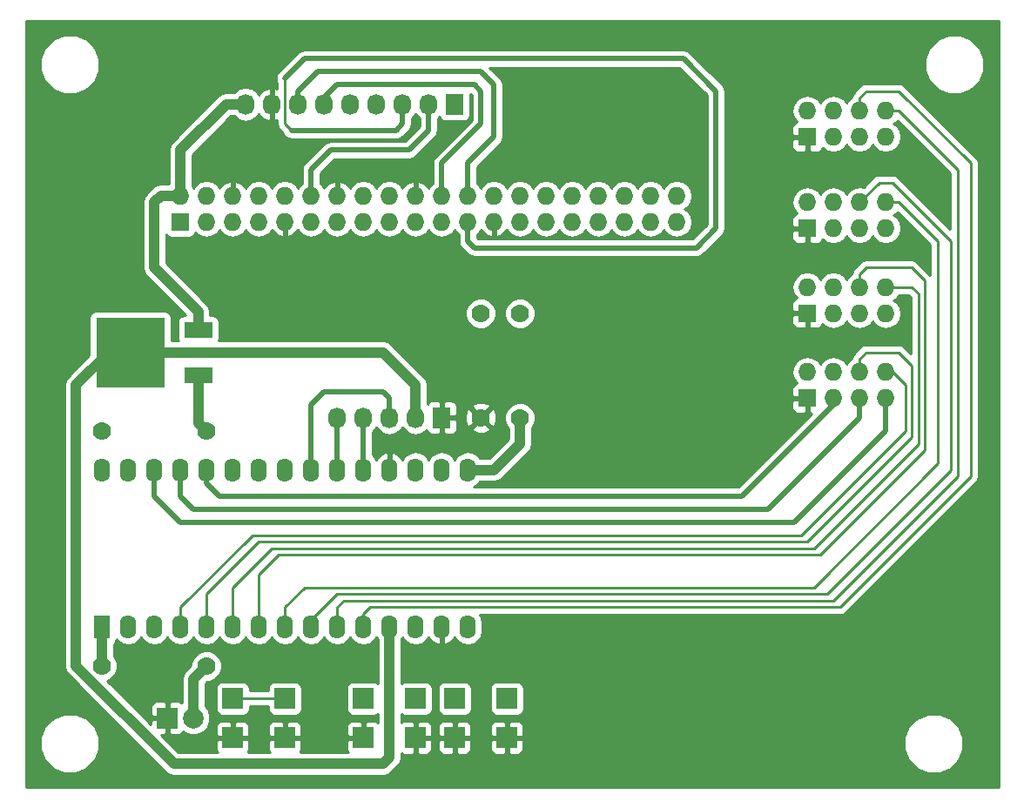
<source format=gtl>
G04 #@! TF.FileFunction,Copper,L1,Top,Signal*
%FSLAX46Y46*%
G04 Gerber Fmt 4.6, Leading zero omitted, Abs format (unit mm)*
G04 Created by KiCad (PCBNEW 4.0.2+e4-6225~38~ubuntu15.10.1-stable) date mar. 20 sept. 2016 08:20:47 CEST*
%MOMM*%
G01*
G04 APERTURE LIST*
%ADD10C,0.100000*%
%ADD11R,1.727200X1.727200*%
%ADD12O,1.727200X1.727200*%
%ADD13R,2.000000X2.000000*%
%ADD14C,2.000000*%
%ADD15C,1.778000*%
%ADD16R,1.998980X1.998980*%
%ADD17R,1.574800X2.286000*%
%ADD18O,1.574800X2.286000*%
%ADD19R,2.780000X1.550000*%
%ADD20R,6.730000X6.740000*%
%ADD21R,1.727200X2.032000*%
%ADD22O,1.727200X2.032000*%
%ADD23C,1.000000*%
%ADD24C,0.250000*%
%ADD25C,0.500000*%
%ADD26C,0.254000*%
G04 APERTURE END LIST*
D10*
D11*
X92710000Y-26035000D03*
D12*
X92710000Y-23495000D03*
X95250000Y-26035000D03*
X95250000Y-23495000D03*
X97790000Y-26035000D03*
X97790000Y-23495000D03*
X100330000Y-26035000D03*
X100330000Y-23495000D03*
D13*
X30480000Y-82550000D03*
D14*
X33020000Y-82550000D03*
D15*
X34290000Y-54610000D03*
X24130000Y-54610000D03*
X34290000Y-77470000D03*
X24130000Y-77470000D03*
X64770000Y-43180000D03*
X64770000Y-53340000D03*
X60960000Y-43180000D03*
X60960000Y-53340000D03*
D16*
X41910000Y-84455000D03*
X41910000Y-80645000D03*
X36830000Y-84455000D03*
X36830000Y-80645000D03*
X63500000Y-84455000D03*
X63500000Y-80645000D03*
X58420000Y-84455000D03*
X58420000Y-80645000D03*
X54610000Y-84455000D03*
X54610000Y-80645000D03*
X49530000Y-84455000D03*
X49530000Y-80645000D03*
D17*
X24130000Y-73660000D03*
D18*
X26670000Y-73660000D03*
X29210000Y-73660000D03*
X31750000Y-73660000D03*
X34290000Y-73660000D03*
X36830000Y-73660000D03*
X39370000Y-73660000D03*
X41910000Y-73660000D03*
X44450000Y-73660000D03*
X46990000Y-73660000D03*
X49530000Y-73660000D03*
X52070000Y-73660000D03*
X54610000Y-73660000D03*
X57150000Y-73660000D03*
X59690000Y-73660000D03*
X59690000Y-58420000D03*
X57150000Y-58420000D03*
X54610000Y-58420000D03*
X52070000Y-58420000D03*
X49530000Y-58420000D03*
X46990000Y-58420000D03*
X44450000Y-58420000D03*
X41910000Y-58420000D03*
X39370000Y-58420000D03*
X36830000Y-58420000D03*
X34290000Y-58420000D03*
X31750000Y-58420000D03*
X29210000Y-58420000D03*
X26670000Y-58420000D03*
X24130000Y-58420000D03*
D19*
X33510000Y-44810000D03*
D20*
X26875000Y-46990000D03*
D19*
X33510000Y-49170000D03*
D11*
X92710000Y-51435000D03*
D12*
X92710000Y-48895000D03*
X95250000Y-51435000D03*
X95250000Y-48895000D03*
X97790000Y-51435000D03*
X97790000Y-48895000D03*
X100330000Y-51435000D03*
X100330000Y-48895000D03*
D11*
X92710000Y-43180000D03*
D12*
X92710000Y-40640000D03*
X95250000Y-43180000D03*
X95250000Y-40640000D03*
X97790000Y-43180000D03*
X97790000Y-40640000D03*
X100330000Y-43180000D03*
X100330000Y-40640000D03*
D11*
X92710000Y-34925000D03*
D12*
X92710000Y-32385000D03*
X95250000Y-34925000D03*
X95250000Y-32385000D03*
X97790000Y-34925000D03*
X97790000Y-32385000D03*
X100330000Y-34925000D03*
X100330000Y-32385000D03*
D21*
X57150000Y-53340000D03*
D22*
X54610000Y-53340000D03*
X52070000Y-53340000D03*
X49530000Y-53340000D03*
X46990000Y-53340000D03*
D21*
X58420000Y-22860000D03*
D22*
X55880000Y-22860000D03*
X53340000Y-22860000D03*
X50800000Y-22860000D03*
X48260000Y-22860000D03*
X45720000Y-22860000D03*
X43180000Y-22860000D03*
X40640000Y-22860000D03*
X38100000Y-22860000D03*
D11*
X31750000Y-34290000D03*
D12*
X31750000Y-31750000D03*
X34290000Y-34290000D03*
X34290000Y-31750000D03*
X36830000Y-34290000D03*
X36830000Y-31750000D03*
X39370000Y-34290000D03*
X39370000Y-31750000D03*
X41910000Y-34290000D03*
X41910000Y-31750000D03*
X44450000Y-34290000D03*
X44450000Y-31750000D03*
X46990000Y-34290000D03*
X46990000Y-31750000D03*
X49530000Y-34290000D03*
X49530000Y-31750000D03*
X52070000Y-34290000D03*
X52070000Y-31750000D03*
X54610000Y-34290000D03*
X54610000Y-31750000D03*
X57150000Y-34290000D03*
X57150000Y-31750000D03*
X59690000Y-34290000D03*
X59690000Y-31750000D03*
X62230000Y-34290000D03*
X62230000Y-31750000D03*
X64770000Y-34290000D03*
X64770000Y-31750000D03*
X67310000Y-34290000D03*
X67310000Y-31750000D03*
X69850000Y-34290000D03*
X69850000Y-31750000D03*
X72390000Y-34290000D03*
X72390000Y-31750000D03*
X74930000Y-34290000D03*
X74930000Y-31750000D03*
X77470000Y-34290000D03*
X77470000Y-31750000D03*
X80010000Y-34290000D03*
X80010000Y-31750000D03*
D23*
X33020000Y-82550000D02*
X33020000Y-78740000D01*
X33020000Y-78740000D02*
X34290000Y-77470000D01*
D24*
X34290000Y-77470000D02*
X33020000Y-78740000D01*
D23*
X33020000Y-86995000D02*
X31115000Y-86995000D01*
X31115000Y-86995000D02*
X21590000Y-77470000D01*
X26875000Y-46990000D02*
X51435000Y-46990000D01*
X54610000Y-50165000D02*
X54610000Y-53340000D01*
X51435000Y-46990000D02*
X54610000Y-50165000D01*
X26875000Y-46990000D02*
X24765000Y-46990000D01*
X24765000Y-46990000D02*
X21590000Y-50165000D01*
X21590000Y-50165000D02*
X21590000Y-77470000D01*
X33020000Y-86995000D02*
X51435000Y-86995000D01*
X51435000Y-86995000D02*
X52070000Y-86360000D01*
X52070000Y-86360000D02*
X52070000Y-73660000D01*
D25*
X83185000Y-60960000D02*
X86360000Y-60960000D01*
X86360000Y-60960000D02*
X95250000Y-52070000D01*
X95250000Y-52070000D02*
X95250000Y-51435000D01*
D24*
X95250000Y-51435000D02*
X95250000Y-52070000D01*
X83185000Y-60960000D02*
X82550000Y-60960000D01*
D25*
X35560000Y-60960000D02*
X82550000Y-60960000D01*
X82550000Y-60960000D02*
X83820000Y-60960000D01*
D24*
X83820000Y-60960000D02*
X35560000Y-60960000D01*
D25*
X34290000Y-59690000D02*
X35560000Y-60960000D01*
D24*
X35560000Y-60960000D02*
X34290000Y-59690000D01*
D25*
X34290000Y-58420000D02*
X34290000Y-59690000D01*
D24*
X100330000Y-48895000D02*
X100965000Y-48895000D01*
X100965000Y-48895000D02*
X102235000Y-50165000D01*
X102235000Y-50165000D02*
X102235000Y-54610000D01*
X102235000Y-54610000D02*
X92075000Y-64770000D01*
X92075000Y-64770000D02*
X38735000Y-64770000D01*
X38735000Y-64770000D02*
X31750000Y-71755000D01*
X31750000Y-71755000D02*
X31750000Y-73660000D01*
D25*
X85725000Y-62230000D02*
X88900000Y-62230000D01*
X88900000Y-62230000D02*
X97790000Y-53340000D01*
X97790000Y-53340000D02*
X97790000Y-51435000D01*
D24*
X86360000Y-62230000D02*
X88900000Y-62230000D01*
X97790000Y-53340000D02*
X97790000Y-51435000D01*
D25*
X86360000Y-62230000D02*
X85725000Y-62230000D01*
X85725000Y-62230000D02*
X33020000Y-62230000D01*
X33020000Y-62230000D02*
X31750000Y-60960000D01*
X31750000Y-60960000D02*
X31750000Y-58420000D01*
D24*
X86360000Y-62230000D02*
X83820000Y-62230000D01*
X31750000Y-58420000D02*
X31750000Y-60960000D01*
X33020000Y-62230000D02*
X83820000Y-62230000D01*
X83820000Y-62230000D02*
X86360000Y-62230000D01*
X31750000Y-60960000D02*
X33020000Y-62230000D01*
X34290000Y-73660000D02*
X34290000Y-70485000D01*
X97790000Y-47625000D02*
X97790000Y-48895000D01*
X98425000Y-46990000D02*
X97790000Y-47625000D01*
X101600000Y-46990000D02*
X98425000Y-46990000D01*
X102870000Y-48260000D02*
X101600000Y-46990000D01*
X102870000Y-55245000D02*
X102870000Y-48260000D01*
X92710000Y-65405000D02*
X102870000Y-55245000D01*
X39370000Y-65405000D02*
X92710000Y-65405000D01*
X34290000Y-70485000D02*
X39370000Y-65405000D01*
D25*
X87630000Y-63500000D02*
X91440000Y-63500000D01*
X91440000Y-63500000D02*
X100330000Y-54610000D01*
X100330000Y-54610000D02*
X100330000Y-51435000D01*
D24*
X100330000Y-54610000D02*
X100330000Y-51435000D01*
D25*
X29210000Y-58420000D02*
X29210000Y-60960000D01*
X29210000Y-60960000D02*
X31750000Y-63500000D01*
X31750000Y-63500000D02*
X88265000Y-63500000D01*
D24*
X87630000Y-63500000D02*
X88265000Y-63500000D01*
X31750000Y-63500000D02*
X29210000Y-60960000D01*
X87630000Y-63500000D02*
X31750000Y-63500000D01*
X100330000Y-40640000D02*
X102870000Y-40640000D01*
X36830000Y-69850000D02*
X36830000Y-73660000D01*
X40640000Y-66040000D02*
X36830000Y-69850000D01*
X93345000Y-66040000D02*
X40640000Y-66040000D01*
X103505000Y-55880000D02*
X93345000Y-66040000D01*
X103505000Y-41275000D02*
X103505000Y-55880000D01*
X102870000Y-40640000D02*
X103505000Y-41275000D01*
X39370000Y-73660000D02*
X39370000Y-68580000D01*
X97790000Y-39370000D02*
X97790000Y-40640000D01*
X98425000Y-38735000D02*
X97790000Y-39370000D01*
X102870000Y-38735000D02*
X98425000Y-38735000D01*
X104140000Y-40005000D02*
X102870000Y-38735000D01*
X104140000Y-56515000D02*
X104140000Y-40005000D01*
X93980000Y-66675000D02*
X104140000Y-56515000D01*
X41275000Y-66675000D02*
X93980000Y-66675000D01*
X39370000Y-68580000D02*
X41275000Y-66675000D01*
X100330000Y-32385000D02*
X101600000Y-32385000D01*
X105410000Y-36195000D02*
X105410000Y-38100000D01*
X101600000Y-32385000D02*
X105410000Y-36195000D01*
X41910000Y-71755000D02*
X41910000Y-73660000D01*
X43815000Y-69850000D02*
X41910000Y-71755000D01*
X93345000Y-69850000D02*
X43815000Y-69850000D01*
X105410000Y-57785000D02*
X93345000Y-69850000D01*
X105410000Y-38100000D02*
X105410000Y-57785000D01*
X97790000Y-32385000D02*
X99695000Y-30480000D01*
X100965000Y-30480000D02*
X106680000Y-36195000D01*
X99695000Y-30480000D02*
X100965000Y-30480000D01*
X44450000Y-73660000D02*
X44450000Y-73025000D01*
X44450000Y-73025000D02*
X46990000Y-70485000D01*
X106680000Y-58420000D02*
X106680000Y-36195000D01*
X94615000Y-70485000D02*
X106680000Y-58420000D01*
X46990000Y-70485000D02*
X94615000Y-70485000D01*
X100330000Y-23495000D02*
X101600000Y-23495000D01*
X107315000Y-29210000D02*
X107315000Y-31115000D01*
X101600000Y-23495000D02*
X107315000Y-29210000D01*
X46990000Y-71755000D02*
X46990000Y-73660000D01*
X47625000Y-71120000D02*
X46990000Y-71755000D01*
X95250000Y-71120000D02*
X47625000Y-71120000D01*
X107315000Y-59055000D02*
X95250000Y-71120000D01*
X107315000Y-31115000D02*
X107315000Y-59055000D01*
X97790000Y-23495000D02*
X97790000Y-22225000D01*
X108585000Y-28575000D02*
X108585000Y-29845000D01*
X101600000Y-21590000D02*
X108585000Y-28575000D01*
X98425000Y-21590000D02*
X101600000Y-21590000D01*
X97790000Y-22225000D02*
X98425000Y-21590000D01*
X49530000Y-73660000D02*
X49530000Y-72390000D01*
X49530000Y-72390000D02*
X50165000Y-71755000D01*
X50165000Y-71755000D02*
X95885000Y-71755000D01*
X95885000Y-71755000D02*
X108585000Y-59055000D01*
X108585000Y-59055000D02*
X108585000Y-29845000D01*
D23*
X29210000Y-32385000D02*
X29845000Y-31750000D01*
X29845000Y-31750000D02*
X31750000Y-31750000D01*
X29210000Y-38735000D02*
X29210000Y-32385000D01*
X33510000Y-44810000D02*
X33510000Y-43035000D01*
X33510000Y-43035000D02*
X29210000Y-38735000D01*
X31750000Y-31750000D02*
X31750000Y-27305000D01*
X31750000Y-27305000D02*
X36195000Y-22860000D01*
X36195000Y-22860000D02*
X38100000Y-22860000D01*
D25*
X46355000Y-27305000D02*
X53975000Y-27305000D01*
X55880000Y-25400000D02*
X55880000Y-22860000D01*
X53975000Y-27305000D02*
X55880000Y-25400000D01*
X44450000Y-31750000D02*
X44450000Y-29210000D01*
X44450000Y-29210000D02*
X46355000Y-27305000D01*
X45720000Y-22860000D02*
X45720000Y-22225000D01*
X45720000Y-22225000D02*
X46990000Y-20955000D01*
X46990000Y-20955000D02*
X60325000Y-20955000D01*
X60325000Y-20955000D02*
X60960000Y-21590000D01*
X60960000Y-21590000D02*
X60960000Y-24765000D01*
X60960000Y-24765000D02*
X57150000Y-28575000D01*
X57150000Y-28575000D02*
X57150000Y-31750000D01*
D24*
X45720000Y-22225000D02*
X46990000Y-20955000D01*
X46990000Y-20955000D02*
X60325000Y-20955000D01*
X60325000Y-20955000D02*
X60960000Y-21590000D01*
X60960000Y-21590000D02*
X60960000Y-24765000D01*
X60960000Y-24765000D02*
X57150000Y-28575000D01*
X57150000Y-28575000D02*
X57150000Y-31750000D01*
X59055000Y-22225000D02*
X58420000Y-22860000D01*
D25*
X64135000Y-36830000D02*
X81915000Y-36830000D01*
X80645000Y-18415000D02*
X61595000Y-18415000D01*
X83820000Y-21590000D02*
X80645000Y-18415000D01*
X83820000Y-34925000D02*
X83820000Y-21590000D01*
X81915000Y-36830000D02*
X83820000Y-34925000D01*
X42545000Y-25400000D02*
X52705000Y-25400000D01*
X53340000Y-24765000D02*
X53340000Y-22860000D01*
X52705000Y-25400000D02*
X53340000Y-24765000D01*
D24*
X41910000Y-20320000D02*
X41910000Y-24765000D01*
D25*
X59690000Y-36195000D02*
X60325000Y-36830000D01*
X60325000Y-36830000D02*
X64135000Y-36830000D01*
X61595000Y-18415000D02*
X43815000Y-18415000D01*
X43815000Y-18415000D02*
X41910000Y-20320000D01*
X59690000Y-34290000D02*
X59690000Y-36195000D01*
D24*
X42545000Y-25400000D02*
X45720000Y-25400000D01*
X41910000Y-24765000D02*
X42545000Y-25400000D01*
D25*
X59690000Y-31750000D02*
X59690000Y-28575000D01*
X59690000Y-28575000D02*
X62230000Y-26035000D01*
X62230000Y-26035000D02*
X62230000Y-20955000D01*
X62230000Y-20955000D02*
X60960000Y-19685000D01*
X60960000Y-19685000D02*
X45085000Y-19685000D01*
X45085000Y-19685000D02*
X43180000Y-21590000D01*
X43180000Y-21590000D02*
X43180000Y-22860000D01*
D24*
X43180000Y-21590000D02*
X43180000Y-22860000D01*
X45085000Y-19685000D02*
X43180000Y-21590000D01*
X60960000Y-19685000D02*
X45085000Y-19685000D01*
X62230000Y-20955000D02*
X60960000Y-19685000D01*
X62230000Y-26035000D02*
X62230000Y-20955000D01*
X59690000Y-28575000D02*
X62230000Y-26035000D01*
D25*
X44450000Y-52705000D02*
X44450000Y-52070000D01*
X44450000Y-52070000D02*
X45720000Y-50800000D01*
X44450000Y-58420000D02*
X44450000Y-52705000D01*
X52070000Y-51435000D02*
X52070000Y-53340000D01*
X51435000Y-50800000D02*
X52070000Y-51435000D01*
X45720000Y-50800000D02*
X51435000Y-50800000D01*
X49530000Y-58420000D02*
X49530000Y-53340000D01*
X46990000Y-53340000D02*
X46990000Y-58420000D01*
D23*
X33510000Y-49170000D02*
X33510000Y-53830000D01*
X33510000Y-53830000D02*
X34290000Y-54610000D01*
X24130000Y-77470000D02*
X24130000Y-73660000D01*
X59690000Y-58420000D02*
X62230000Y-58420000D01*
X64770000Y-55880000D02*
X64770000Y-53340000D01*
X62230000Y-58420000D02*
X64770000Y-55880000D01*
D24*
X36830000Y-80645000D02*
X41910000Y-80645000D01*
D26*
G36*
X111290000Y-89290000D02*
X16710000Y-89290000D01*
X16710000Y-85571344D01*
X18114501Y-85571344D01*
X18552790Y-86632086D01*
X19363645Y-87444357D01*
X20423620Y-87884498D01*
X21571344Y-87885499D01*
X22632086Y-87447210D01*
X23444357Y-86636355D01*
X23884498Y-85576380D01*
X23885499Y-84428656D01*
X23447210Y-83367914D01*
X22636355Y-82555643D01*
X21576380Y-82115502D01*
X20428656Y-82114501D01*
X19367914Y-82552790D01*
X18555643Y-83363645D01*
X18115502Y-84423620D01*
X18114501Y-85571344D01*
X16710000Y-85571344D01*
X16710000Y-50165000D01*
X20455000Y-50165000D01*
X20455000Y-77470000D01*
X20541397Y-77904346D01*
X20787434Y-78272566D01*
X30312434Y-87797566D01*
X30680654Y-88043603D01*
X31115000Y-88130000D01*
X51435000Y-88130000D01*
X51869346Y-88043603D01*
X52237566Y-87797566D01*
X52872566Y-87162566D01*
X53118604Y-86794345D01*
X53205000Y-86360000D01*
X53205000Y-85947005D01*
X53250812Y-85992817D01*
X53484201Y-86089490D01*
X54324250Y-86089490D01*
X54483000Y-85930740D01*
X54483000Y-84582000D01*
X54737000Y-84582000D01*
X54737000Y-85930740D01*
X54895750Y-86089490D01*
X55735799Y-86089490D01*
X55969188Y-85992817D01*
X56147817Y-85814189D01*
X56244490Y-85580800D01*
X56244490Y-84740750D01*
X56785510Y-84740750D01*
X56785510Y-85580800D01*
X56882183Y-85814189D01*
X57060812Y-85992817D01*
X57294201Y-86089490D01*
X58134250Y-86089490D01*
X58293000Y-85930740D01*
X58293000Y-84582000D01*
X58547000Y-84582000D01*
X58547000Y-85930740D01*
X58705750Y-86089490D01*
X59545799Y-86089490D01*
X59779188Y-85992817D01*
X59957817Y-85814189D01*
X60054490Y-85580800D01*
X60054490Y-84740750D01*
X61865510Y-84740750D01*
X61865510Y-85580800D01*
X61962183Y-85814189D01*
X62140812Y-85992817D01*
X62374201Y-86089490D01*
X63214250Y-86089490D01*
X63373000Y-85930740D01*
X63373000Y-84582000D01*
X63627000Y-84582000D01*
X63627000Y-85930740D01*
X63785750Y-86089490D01*
X64625799Y-86089490D01*
X64859188Y-85992817D01*
X65037817Y-85814189D01*
X65134490Y-85580800D01*
X65134490Y-85571344D01*
X102114501Y-85571344D01*
X102552790Y-86632086D01*
X103363645Y-87444357D01*
X104423620Y-87884498D01*
X105571344Y-87885499D01*
X106632086Y-87447210D01*
X107444357Y-86636355D01*
X107884498Y-85576380D01*
X107885499Y-84428656D01*
X107447210Y-83367914D01*
X106636355Y-82555643D01*
X105576380Y-82115502D01*
X104428656Y-82114501D01*
X103367914Y-82552790D01*
X102555643Y-83363645D01*
X102115502Y-84423620D01*
X102114501Y-85571344D01*
X65134490Y-85571344D01*
X65134490Y-84740750D01*
X64975740Y-84582000D01*
X63627000Y-84582000D01*
X63373000Y-84582000D01*
X62024260Y-84582000D01*
X61865510Y-84740750D01*
X60054490Y-84740750D01*
X59895740Y-84582000D01*
X58547000Y-84582000D01*
X58293000Y-84582000D01*
X56944260Y-84582000D01*
X56785510Y-84740750D01*
X56244490Y-84740750D01*
X56085740Y-84582000D01*
X54737000Y-84582000D01*
X54483000Y-84582000D01*
X54463000Y-84582000D01*
X54463000Y-84328000D01*
X54483000Y-84328000D01*
X54483000Y-82979260D01*
X54737000Y-82979260D01*
X54737000Y-84328000D01*
X56085740Y-84328000D01*
X56244490Y-84169250D01*
X56244490Y-83329200D01*
X56785510Y-83329200D01*
X56785510Y-84169250D01*
X56944260Y-84328000D01*
X58293000Y-84328000D01*
X58293000Y-82979260D01*
X58547000Y-82979260D01*
X58547000Y-84328000D01*
X59895740Y-84328000D01*
X60054490Y-84169250D01*
X60054490Y-83329200D01*
X61865510Y-83329200D01*
X61865510Y-84169250D01*
X62024260Y-84328000D01*
X63373000Y-84328000D01*
X63373000Y-82979260D01*
X63627000Y-82979260D01*
X63627000Y-84328000D01*
X64975740Y-84328000D01*
X65134490Y-84169250D01*
X65134490Y-83329200D01*
X65037817Y-83095811D01*
X64859188Y-82917183D01*
X64625799Y-82820510D01*
X63785750Y-82820510D01*
X63627000Y-82979260D01*
X63373000Y-82979260D01*
X63214250Y-82820510D01*
X62374201Y-82820510D01*
X62140812Y-82917183D01*
X61962183Y-83095811D01*
X61865510Y-83329200D01*
X60054490Y-83329200D01*
X59957817Y-83095811D01*
X59779188Y-82917183D01*
X59545799Y-82820510D01*
X58705750Y-82820510D01*
X58547000Y-82979260D01*
X58293000Y-82979260D01*
X58134250Y-82820510D01*
X57294201Y-82820510D01*
X57060812Y-82917183D01*
X56882183Y-83095811D01*
X56785510Y-83329200D01*
X56244490Y-83329200D01*
X56147817Y-83095811D01*
X55969188Y-82917183D01*
X55735799Y-82820510D01*
X54895750Y-82820510D01*
X54737000Y-82979260D01*
X54483000Y-82979260D01*
X54324250Y-82820510D01*
X53484201Y-82820510D01*
X53250812Y-82917183D01*
X53205000Y-82962995D01*
X53205000Y-82135957D01*
X53358620Y-82240921D01*
X53610510Y-82291930D01*
X55609490Y-82291930D01*
X55844807Y-82247652D01*
X56060931Y-82108580D01*
X56205921Y-81896380D01*
X56256930Y-81644490D01*
X56256930Y-79645510D01*
X56773070Y-79645510D01*
X56773070Y-81644490D01*
X56817348Y-81879807D01*
X56956420Y-82095931D01*
X57168620Y-82240921D01*
X57420510Y-82291930D01*
X59419490Y-82291930D01*
X59654807Y-82247652D01*
X59870931Y-82108580D01*
X60015921Y-81896380D01*
X60066930Y-81644490D01*
X60066930Y-79645510D01*
X61853070Y-79645510D01*
X61853070Y-81644490D01*
X61897348Y-81879807D01*
X62036420Y-82095931D01*
X62248620Y-82240921D01*
X62500510Y-82291930D01*
X64499490Y-82291930D01*
X64734807Y-82247652D01*
X64950931Y-82108580D01*
X65095921Y-81896380D01*
X65146930Y-81644490D01*
X65146930Y-79645510D01*
X65102652Y-79410193D01*
X64963580Y-79194069D01*
X64751380Y-79049079D01*
X64499490Y-78998070D01*
X62500510Y-78998070D01*
X62265193Y-79042348D01*
X62049069Y-79181420D01*
X61904079Y-79393620D01*
X61853070Y-79645510D01*
X60066930Y-79645510D01*
X60022652Y-79410193D01*
X59883580Y-79194069D01*
X59671380Y-79049079D01*
X59419490Y-78998070D01*
X57420510Y-78998070D01*
X57185193Y-79042348D01*
X56969069Y-79181420D01*
X56824079Y-79393620D01*
X56773070Y-79645510D01*
X56256930Y-79645510D01*
X56212652Y-79410193D01*
X56073580Y-79194069D01*
X55861380Y-79049079D01*
X55609490Y-78998070D01*
X53610510Y-78998070D01*
X53375193Y-79042348D01*
X53205000Y-79151864D01*
X53205000Y-74862844D01*
X53340000Y-74660801D01*
X53604211Y-75056222D01*
X54065671Y-75364559D01*
X54610000Y-75472833D01*
X55154329Y-75364559D01*
X55615789Y-75056222D01*
X55879754Y-74661170D01*
X55884475Y-74677262D01*
X56234014Y-75111191D01*
X56723004Y-75378327D01*
X56802940Y-75395010D01*
X57023000Y-75272852D01*
X57023000Y-73787000D01*
X57003000Y-73787000D01*
X57003000Y-73533000D01*
X57023000Y-73533000D01*
X57023000Y-73513000D01*
X57277000Y-73513000D01*
X57277000Y-73533000D01*
X57297000Y-73533000D01*
X57297000Y-73787000D01*
X57277000Y-73787000D01*
X57277000Y-75272852D01*
X57497060Y-75395010D01*
X57576996Y-75378327D01*
X58065986Y-75111191D01*
X58415525Y-74677262D01*
X58420246Y-74661170D01*
X58684211Y-75056222D01*
X59145671Y-75364559D01*
X59690000Y-75472833D01*
X60234329Y-75364559D01*
X60695789Y-75056222D01*
X61004126Y-74594762D01*
X61112400Y-74050433D01*
X61112400Y-73269567D01*
X61004126Y-72725238D01*
X60863650Y-72515000D01*
X95885000Y-72515000D01*
X96175839Y-72457148D01*
X96422401Y-72292401D01*
X109122401Y-59592401D01*
X109287148Y-59345840D01*
X109345000Y-59055000D01*
X109345000Y-28575000D01*
X109287148Y-28284161D01*
X109122401Y-28037599D01*
X102137401Y-21052599D01*
X101890839Y-20887852D01*
X101600000Y-20830000D01*
X98425000Y-20830000D01*
X98134161Y-20887852D01*
X97887599Y-21052599D01*
X97252599Y-21687599D01*
X97087852Y-21934161D01*
X97034419Y-22202785D01*
X96730330Y-22405971D01*
X96520000Y-22720752D01*
X96309670Y-22405971D01*
X95823489Y-22081115D01*
X95250000Y-21967041D01*
X94676511Y-22081115D01*
X94190330Y-22405971D01*
X93980000Y-22720752D01*
X93769670Y-22405971D01*
X93283489Y-22081115D01*
X92710000Y-21967041D01*
X92136511Y-22081115D01*
X91650330Y-22405971D01*
X91325474Y-22892152D01*
X91211400Y-23465641D01*
X91211400Y-23524359D01*
X91325474Y-24097848D01*
X91640526Y-24569356D01*
X91486701Y-24633073D01*
X91308073Y-24811702D01*
X91211400Y-25045091D01*
X91211400Y-25749250D01*
X91370150Y-25908000D01*
X92583000Y-25908000D01*
X92583000Y-25888000D01*
X92837000Y-25888000D01*
X92837000Y-25908000D01*
X92857000Y-25908000D01*
X92857000Y-26162000D01*
X92837000Y-26162000D01*
X92837000Y-27374850D01*
X92995750Y-27533600D01*
X93699910Y-27533600D01*
X93933299Y-27436927D01*
X94111927Y-27258298D01*
X94176263Y-27102977D01*
X94190330Y-27124029D01*
X94676511Y-27448885D01*
X95250000Y-27562959D01*
X95823489Y-27448885D01*
X96309670Y-27124029D01*
X96520000Y-26809248D01*
X96730330Y-27124029D01*
X97216511Y-27448885D01*
X97790000Y-27562959D01*
X98363489Y-27448885D01*
X98849670Y-27124029D01*
X99060000Y-26809248D01*
X99270330Y-27124029D01*
X99756511Y-27448885D01*
X100330000Y-27562959D01*
X100903489Y-27448885D01*
X101389670Y-27124029D01*
X101714526Y-26637848D01*
X101828600Y-26064359D01*
X101828600Y-26005641D01*
X101714526Y-25432152D01*
X101389670Y-24945971D01*
X101118828Y-24765000D01*
X101389670Y-24584029D01*
X101479615Y-24449417D01*
X106555000Y-29524803D01*
X106555000Y-34995197D01*
X101502401Y-29942599D01*
X101255839Y-29777852D01*
X100965000Y-29720000D01*
X99695000Y-29720000D01*
X99404161Y-29777852D01*
X99157599Y-29942599D01*
X98167973Y-30932225D01*
X97790000Y-30857041D01*
X97216511Y-30971115D01*
X96730330Y-31295971D01*
X96520000Y-31610752D01*
X96309670Y-31295971D01*
X95823489Y-30971115D01*
X95250000Y-30857041D01*
X94676511Y-30971115D01*
X94190330Y-31295971D01*
X93980000Y-31610752D01*
X93769670Y-31295971D01*
X93283489Y-30971115D01*
X92710000Y-30857041D01*
X92136511Y-30971115D01*
X91650330Y-31295971D01*
X91325474Y-31782152D01*
X91211400Y-32355641D01*
X91211400Y-32414359D01*
X91325474Y-32987848D01*
X91640526Y-33459356D01*
X91486701Y-33523073D01*
X91308073Y-33701702D01*
X91211400Y-33935091D01*
X91211400Y-34639250D01*
X91370150Y-34798000D01*
X92583000Y-34798000D01*
X92583000Y-34778000D01*
X92837000Y-34778000D01*
X92837000Y-34798000D01*
X92857000Y-34798000D01*
X92857000Y-35052000D01*
X92837000Y-35052000D01*
X92837000Y-36264850D01*
X92995750Y-36423600D01*
X93699910Y-36423600D01*
X93933299Y-36326927D01*
X94111927Y-36148298D01*
X94176263Y-35992977D01*
X94190330Y-36014029D01*
X94676511Y-36338885D01*
X95250000Y-36452959D01*
X95823489Y-36338885D01*
X96309670Y-36014029D01*
X96520000Y-35699248D01*
X96730330Y-36014029D01*
X97216511Y-36338885D01*
X97790000Y-36452959D01*
X98363489Y-36338885D01*
X98849670Y-36014029D01*
X99060000Y-35699248D01*
X99270330Y-36014029D01*
X99756511Y-36338885D01*
X100330000Y-36452959D01*
X100903489Y-36338885D01*
X101389670Y-36014029D01*
X101714526Y-35527848D01*
X101828600Y-34954359D01*
X101828600Y-34895641D01*
X101714526Y-34322152D01*
X101389670Y-33835971D01*
X101118828Y-33655000D01*
X101389670Y-33474029D01*
X101479615Y-33339417D01*
X104650000Y-36509802D01*
X104650000Y-39440198D01*
X103407401Y-38197599D01*
X103160839Y-38032852D01*
X102870000Y-37975000D01*
X98425000Y-37975000D01*
X98134161Y-38032852D01*
X97887599Y-38197599D01*
X97252599Y-38832599D01*
X97087852Y-39079161D01*
X97034419Y-39347785D01*
X96730330Y-39550971D01*
X96520000Y-39865752D01*
X96309670Y-39550971D01*
X95823489Y-39226115D01*
X95250000Y-39112041D01*
X94676511Y-39226115D01*
X94190330Y-39550971D01*
X93980000Y-39865752D01*
X93769670Y-39550971D01*
X93283489Y-39226115D01*
X92710000Y-39112041D01*
X92136511Y-39226115D01*
X91650330Y-39550971D01*
X91325474Y-40037152D01*
X91211400Y-40610641D01*
X91211400Y-40669359D01*
X91325474Y-41242848D01*
X91640526Y-41714356D01*
X91486701Y-41778073D01*
X91308073Y-41956702D01*
X91211400Y-42190091D01*
X91211400Y-42894250D01*
X91370150Y-43053000D01*
X92583000Y-43053000D01*
X92583000Y-43033000D01*
X92837000Y-43033000D01*
X92837000Y-43053000D01*
X92857000Y-43053000D01*
X92857000Y-43307000D01*
X92837000Y-43307000D01*
X92837000Y-44519850D01*
X92995750Y-44678600D01*
X93699910Y-44678600D01*
X93933299Y-44581927D01*
X94111927Y-44403298D01*
X94176263Y-44247977D01*
X94190330Y-44269029D01*
X94676511Y-44593885D01*
X95250000Y-44707959D01*
X95823489Y-44593885D01*
X96309670Y-44269029D01*
X96520000Y-43954248D01*
X96730330Y-44269029D01*
X97216511Y-44593885D01*
X97790000Y-44707959D01*
X98363489Y-44593885D01*
X98849670Y-44269029D01*
X99060000Y-43954248D01*
X99270330Y-44269029D01*
X99756511Y-44593885D01*
X100330000Y-44707959D01*
X100903489Y-44593885D01*
X101389670Y-44269029D01*
X101714526Y-43782848D01*
X101828600Y-43209359D01*
X101828600Y-43150641D01*
X101714526Y-42577152D01*
X101389670Y-42090971D01*
X101118828Y-41910000D01*
X101389670Y-41729029D01*
X101609520Y-41400000D01*
X102555198Y-41400000D01*
X102745000Y-41589802D01*
X102745000Y-47060198D01*
X102137401Y-46452599D01*
X101890839Y-46287852D01*
X101600000Y-46230000D01*
X98425000Y-46230000D01*
X98134161Y-46287852D01*
X97887599Y-46452599D01*
X97252599Y-47087599D01*
X97087852Y-47334161D01*
X97034419Y-47602785D01*
X96730330Y-47805971D01*
X96520000Y-48120752D01*
X96309670Y-47805971D01*
X95823489Y-47481115D01*
X95250000Y-47367041D01*
X94676511Y-47481115D01*
X94190330Y-47805971D01*
X93980000Y-48120752D01*
X93769670Y-47805971D01*
X93283489Y-47481115D01*
X92710000Y-47367041D01*
X92136511Y-47481115D01*
X91650330Y-47805971D01*
X91325474Y-48292152D01*
X91211400Y-48865641D01*
X91211400Y-48924359D01*
X91325474Y-49497848D01*
X91640526Y-49969356D01*
X91486701Y-50033073D01*
X91308073Y-50211702D01*
X91211400Y-50445091D01*
X91211400Y-51149250D01*
X91370150Y-51308000D01*
X92583000Y-51308000D01*
X92583000Y-51288000D01*
X92837000Y-51288000D01*
X92837000Y-51308000D01*
X92857000Y-51308000D01*
X92857000Y-51562000D01*
X92837000Y-51562000D01*
X92837000Y-52774850D01*
X92995750Y-52933600D01*
X93134821Y-52933600D01*
X85993420Y-60075000D01*
X60308499Y-60075000D01*
X60695789Y-59816222D01*
X60870332Y-59555000D01*
X62230000Y-59555000D01*
X62664346Y-59468603D01*
X63032566Y-59222566D01*
X65572566Y-56682567D01*
X65818603Y-56314346D01*
X65847148Y-56170839D01*
X65905000Y-55880000D01*
X65905000Y-54360363D01*
X66061231Y-54204404D01*
X66293735Y-53644472D01*
X66294264Y-53038188D01*
X66062738Y-52477851D01*
X65634404Y-52048769D01*
X65074472Y-51816265D01*
X64468188Y-51815736D01*
X63907851Y-52047262D01*
X63478769Y-52475596D01*
X63246265Y-53035528D01*
X63245736Y-53641812D01*
X63477262Y-54202149D01*
X63635000Y-54360162D01*
X63635000Y-55409867D01*
X61759868Y-57285000D01*
X60870332Y-57285000D01*
X60695789Y-57023778D01*
X60234329Y-56715441D01*
X59690000Y-56607167D01*
X59145671Y-56715441D01*
X58684211Y-57023778D01*
X58420000Y-57419199D01*
X58155789Y-57023778D01*
X57694329Y-56715441D01*
X57150000Y-56607167D01*
X56605671Y-56715441D01*
X56144211Y-57023778D01*
X55880000Y-57419199D01*
X55615789Y-57023778D01*
X55154329Y-56715441D01*
X54610000Y-56607167D01*
X54065671Y-56715441D01*
X53604211Y-57023778D01*
X53340246Y-57418830D01*
X53335525Y-57402738D01*
X52985986Y-56968809D01*
X52496996Y-56701673D01*
X52417060Y-56684990D01*
X52197000Y-56807148D01*
X52197000Y-58293000D01*
X52217000Y-58293000D01*
X52217000Y-58547000D01*
X52197000Y-58547000D01*
X52197000Y-58567000D01*
X51943000Y-58567000D01*
X51943000Y-58547000D01*
X51923000Y-58547000D01*
X51923000Y-58293000D01*
X51943000Y-58293000D01*
X51943000Y-56807148D01*
X51722940Y-56684990D01*
X51643004Y-56701673D01*
X51154014Y-56968809D01*
X50804475Y-57402738D01*
X50799754Y-57418830D01*
X50535789Y-57023778D01*
X50415000Y-56943070D01*
X50415000Y-54701126D01*
X50589670Y-54584415D01*
X50800000Y-54269634D01*
X51010330Y-54584415D01*
X51496511Y-54909271D01*
X52070000Y-55023345D01*
X52643489Y-54909271D01*
X53129670Y-54584415D01*
X53340000Y-54269634D01*
X53550330Y-54584415D01*
X54036511Y-54909271D01*
X54610000Y-55023345D01*
X55183489Y-54909271D01*
X55669670Y-54584415D01*
X55684500Y-54562220D01*
X55748073Y-54715698D01*
X55926701Y-54894327D01*
X56160090Y-54991000D01*
X56864250Y-54991000D01*
X57023000Y-54832250D01*
X57023000Y-53467000D01*
X57277000Y-53467000D01*
X57277000Y-54832250D01*
X57435750Y-54991000D01*
X58139910Y-54991000D01*
X58373299Y-54894327D01*
X58551927Y-54715698D01*
X58648600Y-54482309D01*
X58648600Y-54412196D01*
X60067409Y-54412196D01*
X60152467Y-54667539D01*
X60721965Y-54875516D01*
X61327700Y-54849723D01*
X61767533Y-54667539D01*
X61852591Y-54412196D01*
X60960000Y-53519605D01*
X60067409Y-54412196D01*
X58648600Y-54412196D01*
X58648600Y-53625750D01*
X58489850Y-53467000D01*
X57277000Y-53467000D01*
X57023000Y-53467000D01*
X57003000Y-53467000D01*
X57003000Y-53213000D01*
X57023000Y-53213000D01*
X57023000Y-51847750D01*
X57277000Y-51847750D01*
X57277000Y-53213000D01*
X58489850Y-53213000D01*
X58600885Y-53101965D01*
X59424484Y-53101965D01*
X59450277Y-53707700D01*
X59632461Y-54147533D01*
X59887804Y-54232591D01*
X60780395Y-53340000D01*
X61139605Y-53340000D01*
X62032196Y-54232591D01*
X62287539Y-54147533D01*
X62495516Y-53578035D01*
X62469723Y-52972300D01*
X62287539Y-52532467D01*
X62032196Y-52447409D01*
X61139605Y-53340000D01*
X60780395Y-53340000D01*
X59887804Y-52447409D01*
X59632461Y-52532467D01*
X59424484Y-53101965D01*
X58600885Y-53101965D01*
X58648600Y-53054250D01*
X58648600Y-52267804D01*
X60067409Y-52267804D01*
X60960000Y-53160395D01*
X61852591Y-52267804D01*
X61767533Y-52012461D01*
X61198035Y-51804484D01*
X60592300Y-51830277D01*
X60152467Y-52012461D01*
X60067409Y-52267804D01*
X58648600Y-52267804D01*
X58648600Y-52197691D01*
X58551927Y-51964302D01*
X58373299Y-51785673D01*
X58216562Y-51720750D01*
X91211400Y-51720750D01*
X91211400Y-52424909D01*
X91308073Y-52658298D01*
X91486701Y-52836927D01*
X91720090Y-52933600D01*
X92424250Y-52933600D01*
X92583000Y-52774850D01*
X92583000Y-51562000D01*
X91370150Y-51562000D01*
X91211400Y-51720750D01*
X58216562Y-51720750D01*
X58139910Y-51689000D01*
X57435750Y-51689000D01*
X57277000Y-51847750D01*
X57023000Y-51847750D01*
X56864250Y-51689000D01*
X56160090Y-51689000D01*
X55926701Y-51785673D01*
X55748073Y-51964302D01*
X55745000Y-51971721D01*
X55745000Y-50165000D01*
X55658603Y-49730654D01*
X55412566Y-49362434D01*
X52237566Y-46187434D01*
X52228582Y-46181431D01*
X51869346Y-45941397D01*
X51435000Y-45855000D01*
X35484057Y-45855000D01*
X35496431Y-45836890D01*
X35547440Y-45585000D01*
X35547440Y-44035000D01*
X35503162Y-43799683D01*
X35364090Y-43583559D01*
X35215179Y-43481812D01*
X59435736Y-43481812D01*
X59667262Y-44042149D01*
X60095596Y-44471231D01*
X60655528Y-44703735D01*
X61261812Y-44704264D01*
X61822149Y-44472738D01*
X62251231Y-44044404D01*
X62483735Y-43484472D01*
X62483737Y-43481812D01*
X63245736Y-43481812D01*
X63477262Y-44042149D01*
X63905596Y-44471231D01*
X64465528Y-44703735D01*
X65071812Y-44704264D01*
X65632149Y-44472738D01*
X66061231Y-44044404D01*
X66293735Y-43484472D01*
X66293751Y-43465750D01*
X91211400Y-43465750D01*
X91211400Y-44169909D01*
X91308073Y-44403298D01*
X91486701Y-44581927D01*
X91720090Y-44678600D01*
X92424250Y-44678600D01*
X92583000Y-44519850D01*
X92583000Y-43307000D01*
X91370150Y-43307000D01*
X91211400Y-43465750D01*
X66293751Y-43465750D01*
X66294264Y-42878188D01*
X66062738Y-42317851D01*
X65634404Y-41888769D01*
X65074472Y-41656265D01*
X64468188Y-41655736D01*
X63907851Y-41887262D01*
X63478769Y-42315596D01*
X63246265Y-42875528D01*
X63245736Y-43481812D01*
X62483737Y-43481812D01*
X62484264Y-42878188D01*
X62252738Y-42317851D01*
X61824404Y-41888769D01*
X61264472Y-41656265D01*
X60658188Y-41655736D01*
X60097851Y-41887262D01*
X59668769Y-42315596D01*
X59436265Y-42875528D01*
X59435736Y-43481812D01*
X35215179Y-43481812D01*
X35151890Y-43438569D01*
X34900000Y-43387560D01*
X34645000Y-43387560D01*
X34645000Y-43035000D01*
X34558603Y-42600654D01*
X34312566Y-42232434D01*
X30345000Y-38264868D01*
X30345000Y-35484898D01*
X30422310Y-35605041D01*
X30634510Y-35750031D01*
X30886400Y-35801040D01*
X32613600Y-35801040D01*
X32848917Y-35756762D01*
X33065041Y-35617690D01*
X33210031Y-35405490D01*
X33218864Y-35361869D01*
X33230330Y-35379029D01*
X33716511Y-35703885D01*
X34290000Y-35817959D01*
X34863489Y-35703885D01*
X35349670Y-35379029D01*
X35560000Y-35064248D01*
X35770330Y-35379029D01*
X36256511Y-35703885D01*
X36830000Y-35817959D01*
X37403489Y-35703885D01*
X37889670Y-35379029D01*
X38100000Y-35064248D01*
X38310330Y-35379029D01*
X38796511Y-35703885D01*
X39370000Y-35817959D01*
X39943489Y-35703885D01*
X40429670Y-35379029D01*
X40645664Y-35055772D01*
X40703179Y-35178490D01*
X41135053Y-35572688D01*
X41550974Y-35744958D01*
X41783000Y-35623817D01*
X41783000Y-34417000D01*
X41763000Y-34417000D01*
X41763000Y-34163000D01*
X41783000Y-34163000D01*
X41783000Y-34143000D01*
X42037000Y-34143000D01*
X42037000Y-34163000D01*
X42057000Y-34163000D01*
X42057000Y-34417000D01*
X42037000Y-34417000D01*
X42037000Y-35623817D01*
X42269026Y-35744958D01*
X42684947Y-35572688D01*
X43116821Y-35178490D01*
X43174336Y-35055772D01*
X43390330Y-35379029D01*
X43876511Y-35703885D01*
X44450000Y-35817959D01*
X45023489Y-35703885D01*
X45509670Y-35379029D01*
X45720000Y-35064248D01*
X45930330Y-35379029D01*
X46416511Y-35703885D01*
X46990000Y-35817959D01*
X47563489Y-35703885D01*
X48049670Y-35379029D01*
X48260000Y-35064248D01*
X48470330Y-35379029D01*
X48956511Y-35703885D01*
X49530000Y-35817959D01*
X50103489Y-35703885D01*
X50589670Y-35379029D01*
X50800000Y-35064248D01*
X51010330Y-35379029D01*
X51496511Y-35703885D01*
X52070000Y-35817959D01*
X52643489Y-35703885D01*
X53129670Y-35379029D01*
X53340000Y-35064248D01*
X53550330Y-35379029D01*
X54036511Y-35703885D01*
X54610000Y-35817959D01*
X55183489Y-35703885D01*
X55669670Y-35379029D01*
X55880000Y-35064248D01*
X56090330Y-35379029D01*
X56576511Y-35703885D01*
X57150000Y-35817959D01*
X57723489Y-35703885D01*
X58209670Y-35379029D01*
X58420000Y-35064248D01*
X58630330Y-35379029D01*
X58805000Y-35495740D01*
X58805000Y-36194995D01*
X58804999Y-36195000D01*
X58861190Y-36477484D01*
X58872367Y-36533675D01*
X59064210Y-36820790D01*
X59699208Y-37455787D01*
X59699210Y-37455790D01*
X59859062Y-37562599D01*
X59986326Y-37647634D01*
X60325000Y-37715001D01*
X60325005Y-37715000D01*
X81914995Y-37715000D01*
X81915000Y-37715001D01*
X82197484Y-37658810D01*
X82253675Y-37647633D01*
X82540790Y-37455790D01*
X84445787Y-35550792D01*
X84445790Y-35550790D01*
X84637633Y-35263675D01*
X84648160Y-35210750D01*
X91211400Y-35210750D01*
X91211400Y-35914909D01*
X91308073Y-36148298D01*
X91486701Y-36326927D01*
X91720090Y-36423600D01*
X92424250Y-36423600D01*
X92583000Y-36264850D01*
X92583000Y-35052000D01*
X91370150Y-35052000D01*
X91211400Y-35210750D01*
X84648160Y-35210750D01*
X84648810Y-35207484D01*
X84705001Y-34925000D01*
X84705000Y-34924995D01*
X84705000Y-26320750D01*
X91211400Y-26320750D01*
X91211400Y-27024909D01*
X91308073Y-27258298D01*
X91486701Y-27436927D01*
X91720090Y-27533600D01*
X92424250Y-27533600D01*
X92583000Y-27374850D01*
X92583000Y-26162000D01*
X91370150Y-26162000D01*
X91211400Y-26320750D01*
X84705000Y-26320750D01*
X84705000Y-21590005D01*
X84705001Y-21590000D01*
X84637633Y-21251326D01*
X84637633Y-21251325D01*
X84445790Y-20964210D01*
X84445787Y-20964208D01*
X83052924Y-19571344D01*
X104114501Y-19571344D01*
X104552790Y-20632086D01*
X105363645Y-21444357D01*
X106423620Y-21884498D01*
X107571344Y-21885499D01*
X108632086Y-21447210D01*
X109444357Y-20636355D01*
X109884498Y-19576380D01*
X109885499Y-18428656D01*
X109447210Y-17367914D01*
X108636355Y-16555643D01*
X107576380Y-16115502D01*
X106428656Y-16114501D01*
X105367914Y-16552790D01*
X104555643Y-17363645D01*
X104115502Y-18423620D01*
X104114501Y-19571344D01*
X83052924Y-19571344D01*
X81270790Y-17789210D01*
X80983675Y-17597367D01*
X80927484Y-17586190D01*
X80645000Y-17529999D01*
X80644995Y-17530000D01*
X43815005Y-17530000D01*
X43815000Y-17529999D01*
X43532516Y-17586190D01*
X43476325Y-17597367D01*
X43189210Y-17789210D01*
X43189208Y-17789213D01*
X41284210Y-19694210D01*
X41092367Y-19981326D01*
X41024999Y-20320000D01*
X41092367Y-20658674D01*
X41150000Y-20744929D01*
X41150000Y-21320422D01*
X41014791Y-21255291D01*
X40999026Y-21252642D01*
X40767000Y-21373783D01*
X40767000Y-22733000D01*
X40787000Y-22733000D01*
X40787000Y-22987000D01*
X40767000Y-22987000D01*
X40767000Y-24346217D01*
X40999026Y-24467358D01*
X41014791Y-24464709D01*
X41150000Y-24399578D01*
X41150000Y-24765000D01*
X41207852Y-25055839D01*
X41372599Y-25302401D01*
X41707129Y-25636931D01*
X41727367Y-25738675D01*
X41919210Y-26025790D01*
X42206325Y-26217633D01*
X42545000Y-26285000D01*
X52704995Y-26285000D01*
X52705000Y-26285001D01*
X52987484Y-26228810D01*
X53043675Y-26217633D01*
X53330790Y-26025790D01*
X53330791Y-26025789D01*
X53965787Y-25390792D01*
X53965790Y-25390790D01*
X54126680Y-25150000D01*
X54157634Y-25103674D01*
X54225001Y-24765000D01*
X54225000Y-24764995D01*
X54225000Y-24221126D01*
X54399670Y-24104415D01*
X54610000Y-23789634D01*
X54820330Y-24104415D01*
X54995000Y-24221126D01*
X54995000Y-25033421D01*
X53608420Y-26420000D01*
X46355005Y-26420000D01*
X46355000Y-26419999D01*
X46072516Y-26476190D01*
X46016325Y-26487367D01*
X45729210Y-26679210D01*
X45729208Y-26679213D01*
X43824210Y-28584210D01*
X43632367Y-28871325D01*
X43632367Y-28871326D01*
X43564999Y-29210000D01*
X43565000Y-29210005D01*
X43565000Y-30544260D01*
X43390330Y-30660971D01*
X43180000Y-30975752D01*
X42969670Y-30660971D01*
X42483489Y-30336115D01*
X41910000Y-30222041D01*
X41336511Y-30336115D01*
X40850330Y-30660971D01*
X40640000Y-30975752D01*
X40429670Y-30660971D01*
X39943489Y-30336115D01*
X39370000Y-30222041D01*
X38796511Y-30336115D01*
X38310330Y-30660971D01*
X38094336Y-30984228D01*
X38036821Y-30861510D01*
X37604947Y-30467312D01*
X37189026Y-30295042D01*
X36957000Y-30416183D01*
X36957000Y-31623000D01*
X36977000Y-31623000D01*
X36977000Y-31877000D01*
X36957000Y-31877000D01*
X36957000Y-31897000D01*
X36703000Y-31897000D01*
X36703000Y-31877000D01*
X36683000Y-31877000D01*
X36683000Y-31623000D01*
X36703000Y-31623000D01*
X36703000Y-30416183D01*
X36470974Y-30295042D01*
X36055053Y-30467312D01*
X35623179Y-30861510D01*
X35565664Y-30984228D01*
X35349670Y-30660971D01*
X34863489Y-30336115D01*
X34290000Y-30222041D01*
X33716511Y-30336115D01*
X33230330Y-30660971D01*
X33020000Y-30975752D01*
X32885000Y-30773710D01*
X32885000Y-27775132D01*
X36665132Y-23995000D01*
X36967221Y-23995000D01*
X37040330Y-24104415D01*
X37526511Y-24429271D01*
X38100000Y-24543345D01*
X38673489Y-24429271D01*
X39159670Y-24104415D01*
X39366461Y-23794931D01*
X39737964Y-24210732D01*
X40265209Y-24464709D01*
X40280974Y-24467358D01*
X40513000Y-24346217D01*
X40513000Y-22987000D01*
X40493000Y-22987000D01*
X40493000Y-22733000D01*
X40513000Y-22733000D01*
X40513000Y-21373783D01*
X40280974Y-21252642D01*
X40265209Y-21255291D01*
X39737964Y-21509268D01*
X39366461Y-21925069D01*
X39159670Y-21615585D01*
X38673489Y-21290729D01*
X38100000Y-21176655D01*
X37526511Y-21290729D01*
X37040330Y-21615585D01*
X36967221Y-21725000D01*
X36195000Y-21725000D01*
X35760654Y-21811397D01*
X35576925Y-21934161D01*
X35392434Y-22057434D01*
X30947434Y-26502434D01*
X30701397Y-26870654D01*
X30615000Y-27305000D01*
X30615000Y-30615000D01*
X29845000Y-30615000D01*
X29410655Y-30701396D01*
X29042434Y-30947434D01*
X28407434Y-31582434D01*
X28161397Y-31950654D01*
X28075000Y-32385000D01*
X28075000Y-38735000D01*
X28161397Y-39169346D01*
X28378992Y-39495000D01*
X28407434Y-39537566D01*
X32257428Y-43387560D01*
X32120000Y-43387560D01*
X31884683Y-43431838D01*
X31668559Y-43570910D01*
X31523569Y-43783110D01*
X31472560Y-44035000D01*
X31472560Y-45585000D01*
X31516838Y-45820317D01*
X31539156Y-45855000D01*
X30887440Y-45855000D01*
X30887440Y-43620000D01*
X30843162Y-43384683D01*
X30704090Y-43168559D01*
X30491890Y-43023569D01*
X30240000Y-42972560D01*
X23510000Y-42972560D01*
X23274683Y-43016838D01*
X23058559Y-43155910D01*
X22913569Y-43368110D01*
X22862560Y-43620000D01*
X22862560Y-47287308D01*
X20787434Y-49362434D01*
X20541397Y-49730654D01*
X20455000Y-50165000D01*
X16710000Y-50165000D01*
X16710000Y-19571344D01*
X18114501Y-19571344D01*
X18552790Y-20632086D01*
X19363645Y-21444357D01*
X20423620Y-21884498D01*
X21571344Y-21885499D01*
X22632086Y-21447210D01*
X23444357Y-20636355D01*
X23884498Y-19576380D01*
X23885499Y-18428656D01*
X23447210Y-17367914D01*
X22636355Y-16555643D01*
X21576380Y-16115502D01*
X20428656Y-16114501D01*
X19367914Y-16552790D01*
X18555643Y-17363645D01*
X18115502Y-18423620D01*
X18114501Y-19571344D01*
X16710000Y-19571344D01*
X16710000Y-14710000D01*
X111290000Y-14710000D01*
X111290000Y-89290000D01*
X111290000Y-89290000D01*
G37*
X111290000Y-89290000D02*
X16710000Y-89290000D01*
X16710000Y-85571344D01*
X18114501Y-85571344D01*
X18552790Y-86632086D01*
X19363645Y-87444357D01*
X20423620Y-87884498D01*
X21571344Y-87885499D01*
X22632086Y-87447210D01*
X23444357Y-86636355D01*
X23884498Y-85576380D01*
X23885499Y-84428656D01*
X23447210Y-83367914D01*
X22636355Y-82555643D01*
X21576380Y-82115502D01*
X20428656Y-82114501D01*
X19367914Y-82552790D01*
X18555643Y-83363645D01*
X18115502Y-84423620D01*
X18114501Y-85571344D01*
X16710000Y-85571344D01*
X16710000Y-50165000D01*
X20455000Y-50165000D01*
X20455000Y-77470000D01*
X20541397Y-77904346D01*
X20787434Y-78272566D01*
X30312434Y-87797566D01*
X30680654Y-88043603D01*
X31115000Y-88130000D01*
X51435000Y-88130000D01*
X51869346Y-88043603D01*
X52237566Y-87797566D01*
X52872566Y-87162566D01*
X53118604Y-86794345D01*
X53205000Y-86360000D01*
X53205000Y-85947005D01*
X53250812Y-85992817D01*
X53484201Y-86089490D01*
X54324250Y-86089490D01*
X54483000Y-85930740D01*
X54483000Y-84582000D01*
X54737000Y-84582000D01*
X54737000Y-85930740D01*
X54895750Y-86089490D01*
X55735799Y-86089490D01*
X55969188Y-85992817D01*
X56147817Y-85814189D01*
X56244490Y-85580800D01*
X56244490Y-84740750D01*
X56785510Y-84740750D01*
X56785510Y-85580800D01*
X56882183Y-85814189D01*
X57060812Y-85992817D01*
X57294201Y-86089490D01*
X58134250Y-86089490D01*
X58293000Y-85930740D01*
X58293000Y-84582000D01*
X58547000Y-84582000D01*
X58547000Y-85930740D01*
X58705750Y-86089490D01*
X59545799Y-86089490D01*
X59779188Y-85992817D01*
X59957817Y-85814189D01*
X60054490Y-85580800D01*
X60054490Y-84740750D01*
X61865510Y-84740750D01*
X61865510Y-85580800D01*
X61962183Y-85814189D01*
X62140812Y-85992817D01*
X62374201Y-86089490D01*
X63214250Y-86089490D01*
X63373000Y-85930740D01*
X63373000Y-84582000D01*
X63627000Y-84582000D01*
X63627000Y-85930740D01*
X63785750Y-86089490D01*
X64625799Y-86089490D01*
X64859188Y-85992817D01*
X65037817Y-85814189D01*
X65134490Y-85580800D01*
X65134490Y-85571344D01*
X102114501Y-85571344D01*
X102552790Y-86632086D01*
X103363645Y-87444357D01*
X104423620Y-87884498D01*
X105571344Y-87885499D01*
X106632086Y-87447210D01*
X107444357Y-86636355D01*
X107884498Y-85576380D01*
X107885499Y-84428656D01*
X107447210Y-83367914D01*
X106636355Y-82555643D01*
X105576380Y-82115502D01*
X104428656Y-82114501D01*
X103367914Y-82552790D01*
X102555643Y-83363645D01*
X102115502Y-84423620D01*
X102114501Y-85571344D01*
X65134490Y-85571344D01*
X65134490Y-84740750D01*
X64975740Y-84582000D01*
X63627000Y-84582000D01*
X63373000Y-84582000D01*
X62024260Y-84582000D01*
X61865510Y-84740750D01*
X60054490Y-84740750D01*
X59895740Y-84582000D01*
X58547000Y-84582000D01*
X58293000Y-84582000D01*
X56944260Y-84582000D01*
X56785510Y-84740750D01*
X56244490Y-84740750D01*
X56085740Y-84582000D01*
X54737000Y-84582000D01*
X54483000Y-84582000D01*
X54463000Y-84582000D01*
X54463000Y-84328000D01*
X54483000Y-84328000D01*
X54483000Y-82979260D01*
X54737000Y-82979260D01*
X54737000Y-84328000D01*
X56085740Y-84328000D01*
X56244490Y-84169250D01*
X56244490Y-83329200D01*
X56785510Y-83329200D01*
X56785510Y-84169250D01*
X56944260Y-84328000D01*
X58293000Y-84328000D01*
X58293000Y-82979260D01*
X58547000Y-82979260D01*
X58547000Y-84328000D01*
X59895740Y-84328000D01*
X60054490Y-84169250D01*
X60054490Y-83329200D01*
X61865510Y-83329200D01*
X61865510Y-84169250D01*
X62024260Y-84328000D01*
X63373000Y-84328000D01*
X63373000Y-82979260D01*
X63627000Y-82979260D01*
X63627000Y-84328000D01*
X64975740Y-84328000D01*
X65134490Y-84169250D01*
X65134490Y-83329200D01*
X65037817Y-83095811D01*
X64859188Y-82917183D01*
X64625799Y-82820510D01*
X63785750Y-82820510D01*
X63627000Y-82979260D01*
X63373000Y-82979260D01*
X63214250Y-82820510D01*
X62374201Y-82820510D01*
X62140812Y-82917183D01*
X61962183Y-83095811D01*
X61865510Y-83329200D01*
X60054490Y-83329200D01*
X59957817Y-83095811D01*
X59779188Y-82917183D01*
X59545799Y-82820510D01*
X58705750Y-82820510D01*
X58547000Y-82979260D01*
X58293000Y-82979260D01*
X58134250Y-82820510D01*
X57294201Y-82820510D01*
X57060812Y-82917183D01*
X56882183Y-83095811D01*
X56785510Y-83329200D01*
X56244490Y-83329200D01*
X56147817Y-83095811D01*
X55969188Y-82917183D01*
X55735799Y-82820510D01*
X54895750Y-82820510D01*
X54737000Y-82979260D01*
X54483000Y-82979260D01*
X54324250Y-82820510D01*
X53484201Y-82820510D01*
X53250812Y-82917183D01*
X53205000Y-82962995D01*
X53205000Y-82135957D01*
X53358620Y-82240921D01*
X53610510Y-82291930D01*
X55609490Y-82291930D01*
X55844807Y-82247652D01*
X56060931Y-82108580D01*
X56205921Y-81896380D01*
X56256930Y-81644490D01*
X56256930Y-79645510D01*
X56773070Y-79645510D01*
X56773070Y-81644490D01*
X56817348Y-81879807D01*
X56956420Y-82095931D01*
X57168620Y-82240921D01*
X57420510Y-82291930D01*
X59419490Y-82291930D01*
X59654807Y-82247652D01*
X59870931Y-82108580D01*
X60015921Y-81896380D01*
X60066930Y-81644490D01*
X60066930Y-79645510D01*
X61853070Y-79645510D01*
X61853070Y-81644490D01*
X61897348Y-81879807D01*
X62036420Y-82095931D01*
X62248620Y-82240921D01*
X62500510Y-82291930D01*
X64499490Y-82291930D01*
X64734807Y-82247652D01*
X64950931Y-82108580D01*
X65095921Y-81896380D01*
X65146930Y-81644490D01*
X65146930Y-79645510D01*
X65102652Y-79410193D01*
X64963580Y-79194069D01*
X64751380Y-79049079D01*
X64499490Y-78998070D01*
X62500510Y-78998070D01*
X62265193Y-79042348D01*
X62049069Y-79181420D01*
X61904079Y-79393620D01*
X61853070Y-79645510D01*
X60066930Y-79645510D01*
X60022652Y-79410193D01*
X59883580Y-79194069D01*
X59671380Y-79049079D01*
X59419490Y-78998070D01*
X57420510Y-78998070D01*
X57185193Y-79042348D01*
X56969069Y-79181420D01*
X56824079Y-79393620D01*
X56773070Y-79645510D01*
X56256930Y-79645510D01*
X56212652Y-79410193D01*
X56073580Y-79194069D01*
X55861380Y-79049079D01*
X55609490Y-78998070D01*
X53610510Y-78998070D01*
X53375193Y-79042348D01*
X53205000Y-79151864D01*
X53205000Y-74862844D01*
X53340000Y-74660801D01*
X53604211Y-75056222D01*
X54065671Y-75364559D01*
X54610000Y-75472833D01*
X55154329Y-75364559D01*
X55615789Y-75056222D01*
X55879754Y-74661170D01*
X55884475Y-74677262D01*
X56234014Y-75111191D01*
X56723004Y-75378327D01*
X56802940Y-75395010D01*
X57023000Y-75272852D01*
X57023000Y-73787000D01*
X57003000Y-73787000D01*
X57003000Y-73533000D01*
X57023000Y-73533000D01*
X57023000Y-73513000D01*
X57277000Y-73513000D01*
X57277000Y-73533000D01*
X57297000Y-73533000D01*
X57297000Y-73787000D01*
X57277000Y-73787000D01*
X57277000Y-75272852D01*
X57497060Y-75395010D01*
X57576996Y-75378327D01*
X58065986Y-75111191D01*
X58415525Y-74677262D01*
X58420246Y-74661170D01*
X58684211Y-75056222D01*
X59145671Y-75364559D01*
X59690000Y-75472833D01*
X60234329Y-75364559D01*
X60695789Y-75056222D01*
X61004126Y-74594762D01*
X61112400Y-74050433D01*
X61112400Y-73269567D01*
X61004126Y-72725238D01*
X60863650Y-72515000D01*
X95885000Y-72515000D01*
X96175839Y-72457148D01*
X96422401Y-72292401D01*
X109122401Y-59592401D01*
X109287148Y-59345840D01*
X109345000Y-59055000D01*
X109345000Y-28575000D01*
X109287148Y-28284161D01*
X109122401Y-28037599D01*
X102137401Y-21052599D01*
X101890839Y-20887852D01*
X101600000Y-20830000D01*
X98425000Y-20830000D01*
X98134161Y-20887852D01*
X97887599Y-21052599D01*
X97252599Y-21687599D01*
X97087852Y-21934161D01*
X97034419Y-22202785D01*
X96730330Y-22405971D01*
X96520000Y-22720752D01*
X96309670Y-22405971D01*
X95823489Y-22081115D01*
X95250000Y-21967041D01*
X94676511Y-22081115D01*
X94190330Y-22405971D01*
X93980000Y-22720752D01*
X93769670Y-22405971D01*
X93283489Y-22081115D01*
X92710000Y-21967041D01*
X92136511Y-22081115D01*
X91650330Y-22405971D01*
X91325474Y-22892152D01*
X91211400Y-23465641D01*
X91211400Y-23524359D01*
X91325474Y-24097848D01*
X91640526Y-24569356D01*
X91486701Y-24633073D01*
X91308073Y-24811702D01*
X91211400Y-25045091D01*
X91211400Y-25749250D01*
X91370150Y-25908000D01*
X92583000Y-25908000D01*
X92583000Y-25888000D01*
X92837000Y-25888000D01*
X92837000Y-25908000D01*
X92857000Y-25908000D01*
X92857000Y-26162000D01*
X92837000Y-26162000D01*
X92837000Y-27374850D01*
X92995750Y-27533600D01*
X93699910Y-27533600D01*
X93933299Y-27436927D01*
X94111927Y-27258298D01*
X94176263Y-27102977D01*
X94190330Y-27124029D01*
X94676511Y-27448885D01*
X95250000Y-27562959D01*
X95823489Y-27448885D01*
X96309670Y-27124029D01*
X96520000Y-26809248D01*
X96730330Y-27124029D01*
X97216511Y-27448885D01*
X97790000Y-27562959D01*
X98363489Y-27448885D01*
X98849670Y-27124029D01*
X99060000Y-26809248D01*
X99270330Y-27124029D01*
X99756511Y-27448885D01*
X100330000Y-27562959D01*
X100903489Y-27448885D01*
X101389670Y-27124029D01*
X101714526Y-26637848D01*
X101828600Y-26064359D01*
X101828600Y-26005641D01*
X101714526Y-25432152D01*
X101389670Y-24945971D01*
X101118828Y-24765000D01*
X101389670Y-24584029D01*
X101479615Y-24449417D01*
X106555000Y-29524803D01*
X106555000Y-34995197D01*
X101502401Y-29942599D01*
X101255839Y-29777852D01*
X100965000Y-29720000D01*
X99695000Y-29720000D01*
X99404161Y-29777852D01*
X99157599Y-29942599D01*
X98167973Y-30932225D01*
X97790000Y-30857041D01*
X97216511Y-30971115D01*
X96730330Y-31295971D01*
X96520000Y-31610752D01*
X96309670Y-31295971D01*
X95823489Y-30971115D01*
X95250000Y-30857041D01*
X94676511Y-30971115D01*
X94190330Y-31295971D01*
X93980000Y-31610752D01*
X93769670Y-31295971D01*
X93283489Y-30971115D01*
X92710000Y-30857041D01*
X92136511Y-30971115D01*
X91650330Y-31295971D01*
X91325474Y-31782152D01*
X91211400Y-32355641D01*
X91211400Y-32414359D01*
X91325474Y-32987848D01*
X91640526Y-33459356D01*
X91486701Y-33523073D01*
X91308073Y-33701702D01*
X91211400Y-33935091D01*
X91211400Y-34639250D01*
X91370150Y-34798000D01*
X92583000Y-34798000D01*
X92583000Y-34778000D01*
X92837000Y-34778000D01*
X92837000Y-34798000D01*
X92857000Y-34798000D01*
X92857000Y-35052000D01*
X92837000Y-35052000D01*
X92837000Y-36264850D01*
X92995750Y-36423600D01*
X93699910Y-36423600D01*
X93933299Y-36326927D01*
X94111927Y-36148298D01*
X94176263Y-35992977D01*
X94190330Y-36014029D01*
X94676511Y-36338885D01*
X95250000Y-36452959D01*
X95823489Y-36338885D01*
X96309670Y-36014029D01*
X96520000Y-35699248D01*
X96730330Y-36014029D01*
X97216511Y-36338885D01*
X97790000Y-36452959D01*
X98363489Y-36338885D01*
X98849670Y-36014029D01*
X99060000Y-35699248D01*
X99270330Y-36014029D01*
X99756511Y-36338885D01*
X100330000Y-36452959D01*
X100903489Y-36338885D01*
X101389670Y-36014029D01*
X101714526Y-35527848D01*
X101828600Y-34954359D01*
X101828600Y-34895641D01*
X101714526Y-34322152D01*
X101389670Y-33835971D01*
X101118828Y-33655000D01*
X101389670Y-33474029D01*
X101479615Y-33339417D01*
X104650000Y-36509802D01*
X104650000Y-39440198D01*
X103407401Y-38197599D01*
X103160839Y-38032852D01*
X102870000Y-37975000D01*
X98425000Y-37975000D01*
X98134161Y-38032852D01*
X97887599Y-38197599D01*
X97252599Y-38832599D01*
X97087852Y-39079161D01*
X97034419Y-39347785D01*
X96730330Y-39550971D01*
X96520000Y-39865752D01*
X96309670Y-39550971D01*
X95823489Y-39226115D01*
X95250000Y-39112041D01*
X94676511Y-39226115D01*
X94190330Y-39550971D01*
X93980000Y-39865752D01*
X93769670Y-39550971D01*
X93283489Y-39226115D01*
X92710000Y-39112041D01*
X92136511Y-39226115D01*
X91650330Y-39550971D01*
X91325474Y-40037152D01*
X91211400Y-40610641D01*
X91211400Y-40669359D01*
X91325474Y-41242848D01*
X91640526Y-41714356D01*
X91486701Y-41778073D01*
X91308073Y-41956702D01*
X91211400Y-42190091D01*
X91211400Y-42894250D01*
X91370150Y-43053000D01*
X92583000Y-43053000D01*
X92583000Y-43033000D01*
X92837000Y-43033000D01*
X92837000Y-43053000D01*
X92857000Y-43053000D01*
X92857000Y-43307000D01*
X92837000Y-43307000D01*
X92837000Y-44519850D01*
X92995750Y-44678600D01*
X93699910Y-44678600D01*
X93933299Y-44581927D01*
X94111927Y-44403298D01*
X94176263Y-44247977D01*
X94190330Y-44269029D01*
X94676511Y-44593885D01*
X95250000Y-44707959D01*
X95823489Y-44593885D01*
X96309670Y-44269029D01*
X96520000Y-43954248D01*
X96730330Y-44269029D01*
X97216511Y-44593885D01*
X97790000Y-44707959D01*
X98363489Y-44593885D01*
X98849670Y-44269029D01*
X99060000Y-43954248D01*
X99270330Y-44269029D01*
X99756511Y-44593885D01*
X100330000Y-44707959D01*
X100903489Y-44593885D01*
X101389670Y-44269029D01*
X101714526Y-43782848D01*
X101828600Y-43209359D01*
X101828600Y-43150641D01*
X101714526Y-42577152D01*
X101389670Y-42090971D01*
X101118828Y-41910000D01*
X101389670Y-41729029D01*
X101609520Y-41400000D01*
X102555198Y-41400000D01*
X102745000Y-41589802D01*
X102745000Y-47060198D01*
X102137401Y-46452599D01*
X101890839Y-46287852D01*
X101600000Y-46230000D01*
X98425000Y-46230000D01*
X98134161Y-46287852D01*
X97887599Y-46452599D01*
X97252599Y-47087599D01*
X97087852Y-47334161D01*
X97034419Y-47602785D01*
X96730330Y-47805971D01*
X96520000Y-48120752D01*
X96309670Y-47805971D01*
X95823489Y-47481115D01*
X95250000Y-47367041D01*
X94676511Y-47481115D01*
X94190330Y-47805971D01*
X93980000Y-48120752D01*
X93769670Y-47805971D01*
X93283489Y-47481115D01*
X92710000Y-47367041D01*
X92136511Y-47481115D01*
X91650330Y-47805971D01*
X91325474Y-48292152D01*
X91211400Y-48865641D01*
X91211400Y-48924359D01*
X91325474Y-49497848D01*
X91640526Y-49969356D01*
X91486701Y-50033073D01*
X91308073Y-50211702D01*
X91211400Y-50445091D01*
X91211400Y-51149250D01*
X91370150Y-51308000D01*
X92583000Y-51308000D01*
X92583000Y-51288000D01*
X92837000Y-51288000D01*
X92837000Y-51308000D01*
X92857000Y-51308000D01*
X92857000Y-51562000D01*
X92837000Y-51562000D01*
X92837000Y-52774850D01*
X92995750Y-52933600D01*
X93134821Y-52933600D01*
X85993420Y-60075000D01*
X60308499Y-60075000D01*
X60695789Y-59816222D01*
X60870332Y-59555000D01*
X62230000Y-59555000D01*
X62664346Y-59468603D01*
X63032566Y-59222566D01*
X65572566Y-56682567D01*
X65818603Y-56314346D01*
X65847148Y-56170839D01*
X65905000Y-55880000D01*
X65905000Y-54360363D01*
X66061231Y-54204404D01*
X66293735Y-53644472D01*
X66294264Y-53038188D01*
X66062738Y-52477851D01*
X65634404Y-52048769D01*
X65074472Y-51816265D01*
X64468188Y-51815736D01*
X63907851Y-52047262D01*
X63478769Y-52475596D01*
X63246265Y-53035528D01*
X63245736Y-53641812D01*
X63477262Y-54202149D01*
X63635000Y-54360162D01*
X63635000Y-55409867D01*
X61759868Y-57285000D01*
X60870332Y-57285000D01*
X60695789Y-57023778D01*
X60234329Y-56715441D01*
X59690000Y-56607167D01*
X59145671Y-56715441D01*
X58684211Y-57023778D01*
X58420000Y-57419199D01*
X58155789Y-57023778D01*
X57694329Y-56715441D01*
X57150000Y-56607167D01*
X56605671Y-56715441D01*
X56144211Y-57023778D01*
X55880000Y-57419199D01*
X55615789Y-57023778D01*
X55154329Y-56715441D01*
X54610000Y-56607167D01*
X54065671Y-56715441D01*
X53604211Y-57023778D01*
X53340246Y-57418830D01*
X53335525Y-57402738D01*
X52985986Y-56968809D01*
X52496996Y-56701673D01*
X52417060Y-56684990D01*
X52197000Y-56807148D01*
X52197000Y-58293000D01*
X52217000Y-58293000D01*
X52217000Y-58547000D01*
X52197000Y-58547000D01*
X52197000Y-58567000D01*
X51943000Y-58567000D01*
X51943000Y-58547000D01*
X51923000Y-58547000D01*
X51923000Y-58293000D01*
X51943000Y-58293000D01*
X51943000Y-56807148D01*
X51722940Y-56684990D01*
X51643004Y-56701673D01*
X51154014Y-56968809D01*
X50804475Y-57402738D01*
X50799754Y-57418830D01*
X50535789Y-57023778D01*
X50415000Y-56943070D01*
X50415000Y-54701126D01*
X50589670Y-54584415D01*
X50800000Y-54269634D01*
X51010330Y-54584415D01*
X51496511Y-54909271D01*
X52070000Y-55023345D01*
X52643489Y-54909271D01*
X53129670Y-54584415D01*
X53340000Y-54269634D01*
X53550330Y-54584415D01*
X54036511Y-54909271D01*
X54610000Y-55023345D01*
X55183489Y-54909271D01*
X55669670Y-54584415D01*
X55684500Y-54562220D01*
X55748073Y-54715698D01*
X55926701Y-54894327D01*
X56160090Y-54991000D01*
X56864250Y-54991000D01*
X57023000Y-54832250D01*
X57023000Y-53467000D01*
X57277000Y-53467000D01*
X57277000Y-54832250D01*
X57435750Y-54991000D01*
X58139910Y-54991000D01*
X58373299Y-54894327D01*
X58551927Y-54715698D01*
X58648600Y-54482309D01*
X58648600Y-54412196D01*
X60067409Y-54412196D01*
X60152467Y-54667539D01*
X60721965Y-54875516D01*
X61327700Y-54849723D01*
X61767533Y-54667539D01*
X61852591Y-54412196D01*
X60960000Y-53519605D01*
X60067409Y-54412196D01*
X58648600Y-54412196D01*
X58648600Y-53625750D01*
X58489850Y-53467000D01*
X57277000Y-53467000D01*
X57023000Y-53467000D01*
X57003000Y-53467000D01*
X57003000Y-53213000D01*
X57023000Y-53213000D01*
X57023000Y-51847750D01*
X57277000Y-51847750D01*
X57277000Y-53213000D01*
X58489850Y-53213000D01*
X58600885Y-53101965D01*
X59424484Y-53101965D01*
X59450277Y-53707700D01*
X59632461Y-54147533D01*
X59887804Y-54232591D01*
X60780395Y-53340000D01*
X61139605Y-53340000D01*
X62032196Y-54232591D01*
X62287539Y-54147533D01*
X62495516Y-53578035D01*
X62469723Y-52972300D01*
X62287539Y-52532467D01*
X62032196Y-52447409D01*
X61139605Y-53340000D01*
X60780395Y-53340000D01*
X59887804Y-52447409D01*
X59632461Y-52532467D01*
X59424484Y-53101965D01*
X58600885Y-53101965D01*
X58648600Y-53054250D01*
X58648600Y-52267804D01*
X60067409Y-52267804D01*
X60960000Y-53160395D01*
X61852591Y-52267804D01*
X61767533Y-52012461D01*
X61198035Y-51804484D01*
X60592300Y-51830277D01*
X60152467Y-52012461D01*
X60067409Y-52267804D01*
X58648600Y-52267804D01*
X58648600Y-52197691D01*
X58551927Y-51964302D01*
X58373299Y-51785673D01*
X58216562Y-51720750D01*
X91211400Y-51720750D01*
X91211400Y-52424909D01*
X91308073Y-52658298D01*
X91486701Y-52836927D01*
X91720090Y-52933600D01*
X92424250Y-52933600D01*
X92583000Y-52774850D01*
X92583000Y-51562000D01*
X91370150Y-51562000D01*
X91211400Y-51720750D01*
X58216562Y-51720750D01*
X58139910Y-51689000D01*
X57435750Y-51689000D01*
X57277000Y-51847750D01*
X57023000Y-51847750D01*
X56864250Y-51689000D01*
X56160090Y-51689000D01*
X55926701Y-51785673D01*
X55748073Y-51964302D01*
X55745000Y-51971721D01*
X55745000Y-50165000D01*
X55658603Y-49730654D01*
X55412566Y-49362434D01*
X52237566Y-46187434D01*
X52228582Y-46181431D01*
X51869346Y-45941397D01*
X51435000Y-45855000D01*
X35484057Y-45855000D01*
X35496431Y-45836890D01*
X35547440Y-45585000D01*
X35547440Y-44035000D01*
X35503162Y-43799683D01*
X35364090Y-43583559D01*
X35215179Y-43481812D01*
X59435736Y-43481812D01*
X59667262Y-44042149D01*
X60095596Y-44471231D01*
X60655528Y-44703735D01*
X61261812Y-44704264D01*
X61822149Y-44472738D01*
X62251231Y-44044404D01*
X62483735Y-43484472D01*
X62483737Y-43481812D01*
X63245736Y-43481812D01*
X63477262Y-44042149D01*
X63905596Y-44471231D01*
X64465528Y-44703735D01*
X65071812Y-44704264D01*
X65632149Y-44472738D01*
X66061231Y-44044404D01*
X66293735Y-43484472D01*
X66293751Y-43465750D01*
X91211400Y-43465750D01*
X91211400Y-44169909D01*
X91308073Y-44403298D01*
X91486701Y-44581927D01*
X91720090Y-44678600D01*
X92424250Y-44678600D01*
X92583000Y-44519850D01*
X92583000Y-43307000D01*
X91370150Y-43307000D01*
X91211400Y-43465750D01*
X66293751Y-43465750D01*
X66294264Y-42878188D01*
X66062738Y-42317851D01*
X65634404Y-41888769D01*
X65074472Y-41656265D01*
X64468188Y-41655736D01*
X63907851Y-41887262D01*
X63478769Y-42315596D01*
X63246265Y-42875528D01*
X63245736Y-43481812D01*
X62483737Y-43481812D01*
X62484264Y-42878188D01*
X62252738Y-42317851D01*
X61824404Y-41888769D01*
X61264472Y-41656265D01*
X60658188Y-41655736D01*
X60097851Y-41887262D01*
X59668769Y-42315596D01*
X59436265Y-42875528D01*
X59435736Y-43481812D01*
X35215179Y-43481812D01*
X35151890Y-43438569D01*
X34900000Y-43387560D01*
X34645000Y-43387560D01*
X34645000Y-43035000D01*
X34558603Y-42600654D01*
X34312566Y-42232434D01*
X30345000Y-38264868D01*
X30345000Y-35484898D01*
X30422310Y-35605041D01*
X30634510Y-35750031D01*
X30886400Y-35801040D01*
X32613600Y-35801040D01*
X32848917Y-35756762D01*
X33065041Y-35617690D01*
X33210031Y-35405490D01*
X33218864Y-35361869D01*
X33230330Y-35379029D01*
X33716511Y-35703885D01*
X34290000Y-35817959D01*
X34863489Y-35703885D01*
X35349670Y-35379029D01*
X35560000Y-35064248D01*
X35770330Y-35379029D01*
X36256511Y-35703885D01*
X36830000Y-35817959D01*
X37403489Y-35703885D01*
X37889670Y-35379029D01*
X38100000Y-35064248D01*
X38310330Y-35379029D01*
X38796511Y-35703885D01*
X39370000Y-35817959D01*
X39943489Y-35703885D01*
X40429670Y-35379029D01*
X40645664Y-35055772D01*
X40703179Y-35178490D01*
X41135053Y-35572688D01*
X41550974Y-35744958D01*
X41783000Y-35623817D01*
X41783000Y-34417000D01*
X41763000Y-34417000D01*
X41763000Y-34163000D01*
X41783000Y-34163000D01*
X41783000Y-34143000D01*
X42037000Y-34143000D01*
X42037000Y-34163000D01*
X42057000Y-34163000D01*
X42057000Y-34417000D01*
X42037000Y-34417000D01*
X42037000Y-35623817D01*
X42269026Y-35744958D01*
X42684947Y-35572688D01*
X43116821Y-35178490D01*
X43174336Y-35055772D01*
X43390330Y-35379029D01*
X43876511Y-35703885D01*
X44450000Y-35817959D01*
X45023489Y-35703885D01*
X45509670Y-35379029D01*
X45720000Y-35064248D01*
X45930330Y-35379029D01*
X46416511Y-35703885D01*
X46990000Y-35817959D01*
X47563489Y-35703885D01*
X48049670Y-35379029D01*
X48260000Y-35064248D01*
X48470330Y-35379029D01*
X48956511Y-35703885D01*
X49530000Y-35817959D01*
X50103489Y-35703885D01*
X50589670Y-35379029D01*
X50800000Y-35064248D01*
X51010330Y-35379029D01*
X51496511Y-35703885D01*
X52070000Y-35817959D01*
X52643489Y-35703885D01*
X53129670Y-35379029D01*
X53340000Y-35064248D01*
X53550330Y-35379029D01*
X54036511Y-35703885D01*
X54610000Y-35817959D01*
X55183489Y-35703885D01*
X55669670Y-35379029D01*
X55880000Y-35064248D01*
X56090330Y-35379029D01*
X56576511Y-35703885D01*
X57150000Y-35817959D01*
X57723489Y-35703885D01*
X58209670Y-35379029D01*
X58420000Y-35064248D01*
X58630330Y-35379029D01*
X58805000Y-35495740D01*
X58805000Y-36194995D01*
X58804999Y-36195000D01*
X58861190Y-36477484D01*
X58872367Y-36533675D01*
X59064210Y-36820790D01*
X59699208Y-37455787D01*
X59699210Y-37455790D01*
X59859062Y-37562599D01*
X59986326Y-37647634D01*
X60325000Y-37715001D01*
X60325005Y-37715000D01*
X81914995Y-37715000D01*
X81915000Y-37715001D01*
X82197484Y-37658810D01*
X82253675Y-37647633D01*
X82540790Y-37455790D01*
X84445787Y-35550792D01*
X84445790Y-35550790D01*
X84637633Y-35263675D01*
X84648160Y-35210750D01*
X91211400Y-35210750D01*
X91211400Y-35914909D01*
X91308073Y-36148298D01*
X91486701Y-36326927D01*
X91720090Y-36423600D01*
X92424250Y-36423600D01*
X92583000Y-36264850D01*
X92583000Y-35052000D01*
X91370150Y-35052000D01*
X91211400Y-35210750D01*
X84648160Y-35210750D01*
X84648810Y-35207484D01*
X84705001Y-34925000D01*
X84705000Y-34924995D01*
X84705000Y-26320750D01*
X91211400Y-26320750D01*
X91211400Y-27024909D01*
X91308073Y-27258298D01*
X91486701Y-27436927D01*
X91720090Y-27533600D01*
X92424250Y-27533600D01*
X92583000Y-27374850D01*
X92583000Y-26162000D01*
X91370150Y-26162000D01*
X91211400Y-26320750D01*
X84705000Y-26320750D01*
X84705000Y-21590005D01*
X84705001Y-21590000D01*
X84637633Y-21251326D01*
X84637633Y-21251325D01*
X84445790Y-20964210D01*
X84445787Y-20964208D01*
X83052924Y-19571344D01*
X104114501Y-19571344D01*
X104552790Y-20632086D01*
X105363645Y-21444357D01*
X106423620Y-21884498D01*
X107571344Y-21885499D01*
X108632086Y-21447210D01*
X109444357Y-20636355D01*
X109884498Y-19576380D01*
X109885499Y-18428656D01*
X109447210Y-17367914D01*
X108636355Y-16555643D01*
X107576380Y-16115502D01*
X106428656Y-16114501D01*
X105367914Y-16552790D01*
X104555643Y-17363645D01*
X104115502Y-18423620D01*
X104114501Y-19571344D01*
X83052924Y-19571344D01*
X81270790Y-17789210D01*
X80983675Y-17597367D01*
X80927484Y-17586190D01*
X80645000Y-17529999D01*
X80644995Y-17530000D01*
X43815005Y-17530000D01*
X43815000Y-17529999D01*
X43532516Y-17586190D01*
X43476325Y-17597367D01*
X43189210Y-17789210D01*
X43189208Y-17789213D01*
X41284210Y-19694210D01*
X41092367Y-19981326D01*
X41024999Y-20320000D01*
X41092367Y-20658674D01*
X41150000Y-20744929D01*
X41150000Y-21320422D01*
X41014791Y-21255291D01*
X40999026Y-21252642D01*
X40767000Y-21373783D01*
X40767000Y-22733000D01*
X40787000Y-22733000D01*
X40787000Y-22987000D01*
X40767000Y-22987000D01*
X40767000Y-24346217D01*
X40999026Y-24467358D01*
X41014791Y-24464709D01*
X41150000Y-24399578D01*
X41150000Y-24765000D01*
X41207852Y-25055839D01*
X41372599Y-25302401D01*
X41707129Y-25636931D01*
X41727367Y-25738675D01*
X41919210Y-26025790D01*
X42206325Y-26217633D01*
X42545000Y-26285000D01*
X52704995Y-26285000D01*
X52705000Y-26285001D01*
X52987484Y-26228810D01*
X53043675Y-26217633D01*
X53330790Y-26025790D01*
X53330791Y-26025789D01*
X53965787Y-25390792D01*
X53965790Y-25390790D01*
X54126680Y-25150000D01*
X54157634Y-25103674D01*
X54225001Y-24765000D01*
X54225000Y-24764995D01*
X54225000Y-24221126D01*
X54399670Y-24104415D01*
X54610000Y-23789634D01*
X54820330Y-24104415D01*
X54995000Y-24221126D01*
X54995000Y-25033421D01*
X53608420Y-26420000D01*
X46355005Y-26420000D01*
X46355000Y-26419999D01*
X46072516Y-26476190D01*
X46016325Y-26487367D01*
X45729210Y-26679210D01*
X45729208Y-26679213D01*
X43824210Y-28584210D01*
X43632367Y-28871325D01*
X43632367Y-28871326D01*
X43564999Y-29210000D01*
X43565000Y-29210005D01*
X43565000Y-30544260D01*
X43390330Y-30660971D01*
X43180000Y-30975752D01*
X42969670Y-30660971D01*
X42483489Y-30336115D01*
X41910000Y-30222041D01*
X41336511Y-30336115D01*
X40850330Y-30660971D01*
X40640000Y-30975752D01*
X40429670Y-30660971D01*
X39943489Y-30336115D01*
X39370000Y-30222041D01*
X38796511Y-30336115D01*
X38310330Y-30660971D01*
X38094336Y-30984228D01*
X38036821Y-30861510D01*
X37604947Y-30467312D01*
X37189026Y-30295042D01*
X36957000Y-30416183D01*
X36957000Y-31623000D01*
X36977000Y-31623000D01*
X36977000Y-31877000D01*
X36957000Y-31877000D01*
X36957000Y-31897000D01*
X36703000Y-31897000D01*
X36703000Y-31877000D01*
X36683000Y-31877000D01*
X36683000Y-31623000D01*
X36703000Y-31623000D01*
X36703000Y-30416183D01*
X36470974Y-30295042D01*
X36055053Y-30467312D01*
X35623179Y-30861510D01*
X35565664Y-30984228D01*
X35349670Y-30660971D01*
X34863489Y-30336115D01*
X34290000Y-30222041D01*
X33716511Y-30336115D01*
X33230330Y-30660971D01*
X33020000Y-30975752D01*
X32885000Y-30773710D01*
X32885000Y-27775132D01*
X36665132Y-23995000D01*
X36967221Y-23995000D01*
X37040330Y-24104415D01*
X37526511Y-24429271D01*
X38100000Y-24543345D01*
X38673489Y-24429271D01*
X39159670Y-24104415D01*
X39366461Y-23794931D01*
X39737964Y-24210732D01*
X40265209Y-24464709D01*
X40280974Y-24467358D01*
X40513000Y-24346217D01*
X40513000Y-22987000D01*
X40493000Y-22987000D01*
X40493000Y-22733000D01*
X40513000Y-22733000D01*
X40513000Y-21373783D01*
X40280974Y-21252642D01*
X40265209Y-21255291D01*
X39737964Y-21509268D01*
X39366461Y-21925069D01*
X39159670Y-21615585D01*
X38673489Y-21290729D01*
X38100000Y-21176655D01*
X37526511Y-21290729D01*
X37040330Y-21615585D01*
X36967221Y-21725000D01*
X36195000Y-21725000D01*
X35760654Y-21811397D01*
X35576925Y-21934161D01*
X35392434Y-22057434D01*
X30947434Y-26502434D01*
X30701397Y-26870654D01*
X30615000Y-27305000D01*
X30615000Y-30615000D01*
X29845000Y-30615000D01*
X29410655Y-30701396D01*
X29042434Y-30947434D01*
X28407434Y-31582434D01*
X28161397Y-31950654D01*
X28075000Y-32385000D01*
X28075000Y-38735000D01*
X28161397Y-39169346D01*
X28378992Y-39495000D01*
X28407434Y-39537566D01*
X32257428Y-43387560D01*
X32120000Y-43387560D01*
X31884683Y-43431838D01*
X31668559Y-43570910D01*
X31523569Y-43783110D01*
X31472560Y-44035000D01*
X31472560Y-45585000D01*
X31516838Y-45820317D01*
X31539156Y-45855000D01*
X30887440Y-45855000D01*
X30887440Y-43620000D01*
X30843162Y-43384683D01*
X30704090Y-43168559D01*
X30491890Y-43023569D01*
X30240000Y-42972560D01*
X23510000Y-42972560D01*
X23274683Y-43016838D01*
X23058559Y-43155910D01*
X22913569Y-43368110D01*
X22862560Y-43620000D01*
X22862560Y-47287308D01*
X20787434Y-49362434D01*
X20541397Y-49730654D01*
X20455000Y-50165000D01*
X16710000Y-50165000D01*
X16710000Y-19571344D01*
X18114501Y-19571344D01*
X18552790Y-20632086D01*
X19363645Y-21444357D01*
X20423620Y-21884498D01*
X21571344Y-21885499D01*
X22632086Y-21447210D01*
X23444357Y-20636355D01*
X23884498Y-19576380D01*
X23885499Y-18428656D01*
X23447210Y-17367914D01*
X22636355Y-16555643D01*
X21576380Y-16115502D01*
X20428656Y-16114501D01*
X19367914Y-16552790D01*
X18555643Y-17363645D01*
X18115502Y-18423620D01*
X18114501Y-19571344D01*
X16710000Y-19571344D01*
X16710000Y-14710000D01*
X111290000Y-14710000D01*
X111290000Y-89290000D01*
G36*
X50935000Y-74862844D02*
X50935000Y-79154043D01*
X50781380Y-79049079D01*
X50529490Y-78998070D01*
X48530510Y-78998070D01*
X48295193Y-79042348D01*
X48079069Y-79181420D01*
X47934079Y-79393620D01*
X47883070Y-79645510D01*
X47883070Y-81644490D01*
X47927348Y-81879807D01*
X48066420Y-82095931D01*
X48278620Y-82240921D01*
X48530510Y-82291930D01*
X50529490Y-82291930D01*
X50764807Y-82247652D01*
X50935000Y-82138136D01*
X50935000Y-82962995D01*
X50889188Y-82917183D01*
X50655799Y-82820510D01*
X49815750Y-82820510D01*
X49657000Y-82979260D01*
X49657000Y-84328000D01*
X49677000Y-84328000D01*
X49677000Y-84582000D01*
X49657000Y-84582000D01*
X49657000Y-84602000D01*
X49403000Y-84602000D01*
X49403000Y-84582000D01*
X48054260Y-84582000D01*
X47895510Y-84740750D01*
X47895510Y-85580800D01*
X47992183Y-85814189D01*
X48037994Y-85860000D01*
X43402006Y-85860000D01*
X43447817Y-85814189D01*
X43544490Y-85580800D01*
X43544490Y-84740750D01*
X43385740Y-84582000D01*
X42037000Y-84582000D01*
X42037000Y-84602000D01*
X41783000Y-84602000D01*
X41783000Y-84582000D01*
X40434260Y-84582000D01*
X40275510Y-84740750D01*
X40275510Y-85580800D01*
X40372183Y-85814189D01*
X40417994Y-85860000D01*
X38322006Y-85860000D01*
X38367817Y-85814189D01*
X38464490Y-85580800D01*
X38464490Y-84740750D01*
X38305740Y-84582000D01*
X36957000Y-84582000D01*
X36957000Y-84602000D01*
X36703000Y-84602000D01*
X36703000Y-84582000D01*
X35354260Y-84582000D01*
X35195510Y-84740750D01*
X35195510Y-85580800D01*
X35292183Y-85814189D01*
X35337994Y-85860000D01*
X31585132Y-85860000D01*
X29910132Y-84185000D01*
X30194250Y-84185000D01*
X30353000Y-84026250D01*
X30353000Y-82677000D01*
X29003750Y-82677000D01*
X28845000Y-82835750D01*
X28845000Y-83119868D01*
X27148823Y-81423691D01*
X28845000Y-81423691D01*
X28845000Y-82264250D01*
X29003750Y-82423000D01*
X30353000Y-82423000D01*
X30353000Y-81073750D01*
X30607000Y-81073750D01*
X30607000Y-82423000D01*
X30627000Y-82423000D01*
X30627000Y-82677000D01*
X30607000Y-82677000D01*
X30607000Y-84026250D01*
X30765750Y-84185000D01*
X31606310Y-84185000D01*
X31839699Y-84088327D01*
X32018327Y-83909698D01*
X32032630Y-83875166D01*
X32092637Y-83935278D01*
X32693352Y-84184716D01*
X33343795Y-84185284D01*
X33944943Y-83936894D01*
X34405278Y-83477363D01*
X34466800Y-83329200D01*
X35195510Y-83329200D01*
X35195510Y-84169250D01*
X35354260Y-84328000D01*
X36703000Y-84328000D01*
X36703000Y-82979260D01*
X36957000Y-82979260D01*
X36957000Y-84328000D01*
X38305740Y-84328000D01*
X38464490Y-84169250D01*
X38464490Y-83329200D01*
X40275510Y-83329200D01*
X40275510Y-84169250D01*
X40434260Y-84328000D01*
X41783000Y-84328000D01*
X41783000Y-82979260D01*
X42037000Y-82979260D01*
X42037000Y-84328000D01*
X43385740Y-84328000D01*
X43544490Y-84169250D01*
X43544490Y-83329200D01*
X47895510Y-83329200D01*
X47895510Y-84169250D01*
X48054260Y-84328000D01*
X49403000Y-84328000D01*
X49403000Y-82979260D01*
X49244250Y-82820510D01*
X48404201Y-82820510D01*
X48170812Y-82917183D01*
X47992183Y-83095811D01*
X47895510Y-83329200D01*
X43544490Y-83329200D01*
X43447817Y-83095811D01*
X43269188Y-82917183D01*
X43035799Y-82820510D01*
X42195750Y-82820510D01*
X42037000Y-82979260D01*
X41783000Y-82979260D01*
X41624250Y-82820510D01*
X40784201Y-82820510D01*
X40550812Y-82917183D01*
X40372183Y-83095811D01*
X40275510Y-83329200D01*
X38464490Y-83329200D01*
X38367817Y-83095811D01*
X38189188Y-82917183D01*
X37955799Y-82820510D01*
X37115750Y-82820510D01*
X36957000Y-82979260D01*
X36703000Y-82979260D01*
X36544250Y-82820510D01*
X35704201Y-82820510D01*
X35470812Y-82917183D01*
X35292183Y-83095811D01*
X35195510Y-83329200D01*
X34466800Y-83329200D01*
X34654716Y-82876648D01*
X34655284Y-82226205D01*
X34406894Y-81625057D01*
X34155000Y-81372722D01*
X34155000Y-79645510D01*
X35183070Y-79645510D01*
X35183070Y-81644490D01*
X35227348Y-81879807D01*
X35366420Y-82095931D01*
X35578620Y-82240921D01*
X35830510Y-82291930D01*
X37829490Y-82291930D01*
X38064807Y-82247652D01*
X38280931Y-82108580D01*
X38425921Y-81896380D01*
X38476930Y-81644490D01*
X38476930Y-81405000D01*
X40263070Y-81405000D01*
X40263070Y-81644490D01*
X40307348Y-81879807D01*
X40446420Y-82095931D01*
X40658620Y-82240921D01*
X40910510Y-82291930D01*
X42909490Y-82291930D01*
X43144807Y-82247652D01*
X43360931Y-82108580D01*
X43505921Y-81896380D01*
X43556930Y-81644490D01*
X43556930Y-79645510D01*
X43512652Y-79410193D01*
X43373580Y-79194069D01*
X43161380Y-79049079D01*
X42909490Y-78998070D01*
X40910510Y-78998070D01*
X40675193Y-79042348D01*
X40459069Y-79181420D01*
X40314079Y-79393620D01*
X40263070Y-79645510D01*
X40263070Y-79885000D01*
X38476930Y-79885000D01*
X38476930Y-79645510D01*
X38432652Y-79410193D01*
X38293580Y-79194069D01*
X38081380Y-79049079D01*
X37829490Y-78998070D01*
X35830510Y-78998070D01*
X35595193Y-79042348D01*
X35379069Y-79181420D01*
X35234079Y-79393620D01*
X35183070Y-79645510D01*
X34155000Y-79645510D01*
X34155000Y-79210132D01*
X34371061Y-78994071D01*
X34591812Y-78994264D01*
X35152149Y-78762738D01*
X35581231Y-78334404D01*
X35813735Y-77774472D01*
X35814264Y-77168188D01*
X35582738Y-76607851D01*
X35154404Y-76178769D01*
X34594472Y-75946265D01*
X33988188Y-75945736D01*
X33427851Y-76177262D01*
X32998769Y-76605596D01*
X32766265Y-77165528D01*
X32766070Y-77388798D01*
X32217434Y-77937434D01*
X31971397Y-78305654D01*
X31885000Y-78740000D01*
X31885000Y-81056974D01*
X31839699Y-81011673D01*
X31606310Y-80915000D01*
X30765750Y-80915000D01*
X30607000Y-81073750D01*
X30353000Y-81073750D01*
X30194250Y-80915000D01*
X29353690Y-80915000D01*
X29120301Y-81011673D01*
X28941673Y-81190302D01*
X28845000Y-81423691D01*
X27148823Y-81423691D01*
X24635312Y-78910180D01*
X24992149Y-78762738D01*
X25421231Y-78334404D01*
X25653735Y-77774472D01*
X25654264Y-77168188D01*
X25422738Y-76607851D01*
X25265000Y-76449838D01*
X25265000Y-75333910D01*
X25368841Y-75267090D01*
X25513831Y-75054890D01*
X25548600Y-74883197D01*
X25664211Y-75056222D01*
X26125671Y-75364559D01*
X26670000Y-75472833D01*
X27214329Y-75364559D01*
X27675789Y-75056222D01*
X27940000Y-74660801D01*
X28204211Y-75056222D01*
X28665671Y-75364559D01*
X29210000Y-75472833D01*
X29754329Y-75364559D01*
X30215789Y-75056222D01*
X30480000Y-74660801D01*
X30744211Y-75056222D01*
X31205671Y-75364559D01*
X31750000Y-75472833D01*
X32294329Y-75364559D01*
X32755789Y-75056222D01*
X33020000Y-74660801D01*
X33284211Y-75056222D01*
X33745671Y-75364559D01*
X34290000Y-75472833D01*
X34834329Y-75364559D01*
X35295789Y-75056222D01*
X35560000Y-74660801D01*
X35824211Y-75056222D01*
X36285671Y-75364559D01*
X36830000Y-75472833D01*
X37374329Y-75364559D01*
X37835789Y-75056222D01*
X38100000Y-74660801D01*
X38364211Y-75056222D01*
X38825671Y-75364559D01*
X39370000Y-75472833D01*
X39914329Y-75364559D01*
X40375789Y-75056222D01*
X40640000Y-74660801D01*
X40904211Y-75056222D01*
X41365671Y-75364559D01*
X41910000Y-75472833D01*
X42454329Y-75364559D01*
X42915789Y-75056222D01*
X43180000Y-74660801D01*
X43444211Y-75056222D01*
X43905671Y-75364559D01*
X44450000Y-75472833D01*
X44994329Y-75364559D01*
X45455789Y-75056222D01*
X45720000Y-74660801D01*
X45984211Y-75056222D01*
X46445671Y-75364559D01*
X46990000Y-75472833D01*
X47534329Y-75364559D01*
X47995789Y-75056222D01*
X48260000Y-74660801D01*
X48524211Y-75056222D01*
X48985671Y-75364559D01*
X49530000Y-75472833D01*
X50074329Y-75364559D01*
X50535789Y-75056222D01*
X50800000Y-74660801D01*
X50935000Y-74862844D01*
X50935000Y-74862844D01*
G37*
X50935000Y-74862844D02*
X50935000Y-79154043D01*
X50781380Y-79049079D01*
X50529490Y-78998070D01*
X48530510Y-78998070D01*
X48295193Y-79042348D01*
X48079069Y-79181420D01*
X47934079Y-79393620D01*
X47883070Y-79645510D01*
X47883070Y-81644490D01*
X47927348Y-81879807D01*
X48066420Y-82095931D01*
X48278620Y-82240921D01*
X48530510Y-82291930D01*
X50529490Y-82291930D01*
X50764807Y-82247652D01*
X50935000Y-82138136D01*
X50935000Y-82962995D01*
X50889188Y-82917183D01*
X50655799Y-82820510D01*
X49815750Y-82820510D01*
X49657000Y-82979260D01*
X49657000Y-84328000D01*
X49677000Y-84328000D01*
X49677000Y-84582000D01*
X49657000Y-84582000D01*
X49657000Y-84602000D01*
X49403000Y-84602000D01*
X49403000Y-84582000D01*
X48054260Y-84582000D01*
X47895510Y-84740750D01*
X47895510Y-85580800D01*
X47992183Y-85814189D01*
X48037994Y-85860000D01*
X43402006Y-85860000D01*
X43447817Y-85814189D01*
X43544490Y-85580800D01*
X43544490Y-84740750D01*
X43385740Y-84582000D01*
X42037000Y-84582000D01*
X42037000Y-84602000D01*
X41783000Y-84602000D01*
X41783000Y-84582000D01*
X40434260Y-84582000D01*
X40275510Y-84740750D01*
X40275510Y-85580800D01*
X40372183Y-85814189D01*
X40417994Y-85860000D01*
X38322006Y-85860000D01*
X38367817Y-85814189D01*
X38464490Y-85580800D01*
X38464490Y-84740750D01*
X38305740Y-84582000D01*
X36957000Y-84582000D01*
X36957000Y-84602000D01*
X36703000Y-84602000D01*
X36703000Y-84582000D01*
X35354260Y-84582000D01*
X35195510Y-84740750D01*
X35195510Y-85580800D01*
X35292183Y-85814189D01*
X35337994Y-85860000D01*
X31585132Y-85860000D01*
X29910132Y-84185000D01*
X30194250Y-84185000D01*
X30353000Y-84026250D01*
X30353000Y-82677000D01*
X29003750Y-82677000D01*
X28845000Y-82835750D01*
X28845000Y-83119868D01*
X27148823Y-81423691D01*
X28845000Y-81423691D01*
X28845000Y-82264250D01*
X29003750Y-82423000D01*
X30353000Y-82423000D01*
X30353000Y-81073750D01*
X30607000Y-81073750D01*
X30607000Y-82423000D01*
X30627000Y-82423000D01*
X30627000Y-82677000D01*
X30607000Y-82677000D01*
X30607000Y-84026250D01*
X30765750Y-84185000D01*
X31606310Y-84185000D01*
X31839699Y-84088327D01*
X32018327Y-83909698D01*
X32032630Y-83875166D01*
X32092637Y-83935278D01*
X32693352Y-84184716D01*
X33343795Y-84185284D01*
X33944943Y-83936894D01*
X34405278Y-83477363D01*
X34466800Y-83329200D01*
X35195510Y-83329200D01*
X35195510Y-84169250D01*
X35354260Y-84328000D01*
X36703000Y-84328000D01*
X36703000Y-82979260D01*
X36957000Y-82979260D01*
X36957000Y-84328000D01*
X38305740Y-84328000D01*
X38464490Y-84169250D01*
X38464490Y-83329200D01*
X40275510Y-83329200D01*
X40275510Y-84169250D01*
X40434260Y-84328000D01*
X41783000Y-84328000D01*
X41783000Y-82979260D01*
X42037000Y-82979260D01*
X42037000Y-84328000D01*
X43385740Y-84328000D01*
X43544490Y-84169250D01*
X43544490Y-83329200D01*
X47895510Y-83329200D01*
X47895510Y-84169250D01*
X48054260Y-84328000D01*
X49403000Y-84328000D01*
X49403000Y-82979260D01*
X49244250Y-82820510D01*
X48404201Y-82820510D01*
X48170812Y-82917183D01*
X47992183Y-83095811D01*
X47895510Y-83329200D01*
X43544490Y-83329200D01*
X43447817Y-83095811D01*
X43269188Y-82917183D01*
X43035799Y-82820510D01*
X42195750Y-82820510D01*
X42037000Y-82979260D01*
X41783000Y-82979260D01*
X41624250Y-82820510D01*
X40784201Y-82820510D01*
X40550812Y-82917183D01*
X40372183Y-83095811D01*
X40275510Y-83329200D01*
X38464490Y-83329200D01*
X38367817Y-83095811D01*
X38189188Y-82917183D01*
X37955799Y-82820510D01*
X37115750Y-82820510D01*
X36957000Y-82979260D01*
X36703000Y-82979260D01*
X36544250Y-82820510D01*
X35704201Y-82820510D01*
X35470812Y-82917183D01*
X35292183Y-83095811D01*
X35195510Y-83329200D01*
X34466800Y-83329200D01*
X34654716Y-82876648D01*
X34655284Y-82226205D01*
X34406894Y-81625057D01*
X34155000Y-81372722D01*
X34155000Y-79645510D01*
X35183070Y-79645510D01*
X35183070Y-81644490D01*
X35227348Y-81879807D01*
X35366420Y-82095931D01*
X35578620Y-82240921D01*
X35830510Y-82291930D01*
X37829490Y-82291930D01*
X38064807Y-82247652D01*
X38280931Y-82108580D01*
X38425921Y-81896380D01*
X38476930Y-81644490D01*
X38476930Y-81405000D01*
X40263070Y-81405000D01*
X40263070Y-81644490D01*
X40307348Y-81879807D01*
X40446420Y-82095931D01*
X40658620Y-82240921D01*
X40910510Y-82291930D01*
X42909490Y-82291930D01*
X43144807Y-82247652D01*
X43360931Y-82108580D01*
X43505921Y-81896380D01*
X43556930Y-81644490D01*
X43556930Y-79645510D01*
X43512652Y-79410193D01*
X43373580Y-79194069D01*
X43161380Y-79049079D01*
X42909490Y-78998070D01*
X40910510Y-78998070D01*
X40675193Y-79042348D01*
X40459069Y-79181420D01*
X40314079Y-79393620D01*
X40263070Y-79645510D01*
X40263070Y-79885000D01*
X38476930Y-79885000D01*
X38476930Y-79645510D01*
X38432652Y-79410193D01*
X38293580Y-79194069D01*
X38081380Y-79049079D01*
X37829490Y-78998070D01*
X35830510Y-78998070D01*
X35595193Y-79042348D01*
X35379069Y-79181420D01*
X35234079Y-79393620D01*
X35183070Y-79645510D01*
X34155000Y-79645510D01*
X34155000Y-79210132D01*
X34371061Y-78994071D01*
X34591812Y-78994264D01*
X35152149Y-78762738D01*
X35581231Y-78334404D01*
X35813735Y-77774472D01*
X35814264Y-77168188D01*
X35582738Y-76607851D01*
X35154404Y-76178769D01*
X34594472Y-75946265D01*
X33988188Y-75945736D01*
X33427851Y-76177262D01*
X32998769Y-76605596D01*
X32766265Y-77165528D01*
X32766070Y-77388798D01*
X32217434Y-77937434D01*
X31971397Y-78305654D01*
X31885000Y-78740000D01*
X31885000Y-81056974D01*
X31839699Y-81011673D01*
X31606310Y-80915000D01*
X30765750Y-80915000D01*
X30607000Y-81073750D01*
X30353000Y-81073750D01*
X30194250Y-80915000D01*
X29353690Y-80915000D01*
X29120301Y-81011673D01*
X28941673Y-81190302D01*
X28845000Y-81423691D01*
X27148823Y-81423691D01*
X24635312Y-78910180D01*
X24992149Y-78762738D01*
X25421231Y-78334404D01*
X25653735Y-77774472D01*
X25654264Y-77168188D01*
X25422738Y-76607851D01*
X25265000Y-76449838D01*
X25265000Y-75333910D01*
X25368841Y-75267090D01*
X25513831Y-75054890D01*
X25548600Y-74883197D01*
X25664211Y-75056222D01*
X26125671Y-75364559D01*
X26670000Y-75472833D01*
X27214329Y-75364559D01*
X27675789Y-75056222D01*
X27940000Y-74660801D01*
X28204211Y-75056222D01*
X28665671Y-75364559D01*
X29210000Y-75472833D01*
X29754329Y-75364559D01*
X30215789Y-75056222D01*
X30480000Y-74660801D01*
X30744211Y-75056222D01*
X31205671Y-75364559D01*
X31750000Y-75472833D01*
X32294329Y-75364559D01*
X32755789Y-75056222D01*
X33020000Y-74660801D01*
X33284211Y-75056222D01*
X33745671Y-75364559D01*
X34290000Y-75472833D01*
X34834329Y-75364559D01*
X35295789Y-75056222D01*
X35560000Y-74660801D01*
X35824211Y-75056222D01*
X36285671Y-75364559D01*
X36830000Y-75472833D01*
X37374329Y-75364559D01*
X37835789Y-75056222D01*
X38100000Y-74660801D01*
X38364211Y-75056222D01*
X38825671Y-75364559D01*
X39370000Y-75472833D01*
X39914329Y-75364559D01*
X40375789Y-75056222D01*
X40640000Y-74660801D01*
X40904211Y-75056222D01*
X41365671Y-75364559D01*
X41910000Y-75472833D01*
X42454329Y-75364559D01*
X42915789Y-75056222D01*
X43180000Y-74660801D01*
X43444211Y-75056222D01*
X43905671Y-75364559D01*
X44450000Y-75472833D01*
X44994329Y-75364559D01*
X45455789Y-75056222D01*
X45720000Y-74660801D01*
X45984211Y-75056222D01*
X46445671Y-75364559D01*
X46990000Y-75472833D01*
X47534329Y-75364559D01*
X47995789Y-75056222D01*
X48260000Y-74660801D01*
X48524211Y-75056222D01*
X48985671Y-75364559D01*
X49530000Y-75472833D01*
X50074329Y-75364559D01*
X50535789Y-75056222D01*
X50800000Y-74660801D01*
X50935000Y-74862844D01*
G36*
X82935000Y-21956579D02*
X82935000Y-34558421D01*
X81548420Y-35945000D01*
X60691579Y-35945000D01*
X60575000Y-35828420D01*
X60575000Y-35495740D01*
X60749670Y-35379029D01*
X60965664Y-35055772D01*
X61023179Y-35178490D01*
X61455053Y-35572688D01*
X61870974Y-35744958D01*
X62103000Y-35623817D01*
X62103000Y-34417000D01*
X62083000Y-34417000D01*
X62083000Y-34163000D01*
X62103000Y-34163000D01*
X62103000Y-34143000D01*
X62357000Y-34143000D01*
X62357000Y-34163000D01*
X62377000Y-34163000D01*
X62377000Y-34417000D01*
X62357000Y-34417000D01*
X62357000Y-35623817D01*
X62589026Y-35744958D01*
X63004947Y-35572688D01*
X63436821Y-35178490D01*
X63494336Y-35055772D01*
X63710330Y-35379029D01*
X64196511Y-35703885D01*
X64770000Y-35817959D01*
X65343489Y-35703885D01*
X65829670Y-35379029D01*
X66040000Y-35064248D01*
X66250330Y-35379029D01*
X66736511Y-35703885D01*
X67310000Y-35817959D01*
X67883489Y-35703885D01*
X68369670Y-35379029D01*
X68580000Y-35064248D01*
X68790330Y-35379029D01*
X69276511Y-35703885D01*
X69850000Y-35817959D01*
X70423489Y-35703885D01*
X70909670Y-35379029D01*
X71120000Y-35064248D01*
X71330330Y-35379029D01*
X71816511Y-35703885D01*
X72390000Y-35817959D01*
X72963489Y-35703885D01*
X73449670Y-35379029D01*
X73660000Y-35064248D01*
X73870330Y-35379029D01*
X74356511Y-35703885D01*
X74930000Y-35817959D01*
X75503489Y-35703885D01*
X75989670Y-35379029D01*
X76200000Y-35064248D01*
X76410330Y-35379029D01*
X76896511Y-35703885D01*
X77470000Y-35817959D01*
X78043489Y-35703885D01*
X78529670Y-35379029D01*
X78740000Y-35064248D01*
X78950330Y-35379029D01*
X79436511Y-35703885D01*
X80010000Y-35817959D01*
X80583489Y-35703885D01*
X81069670Y-35379029D01*
X81394526Y-34892848D01*
X81508600Y-34319359D01*
X81508600Y-34260641D01*
X81394526Y-33687152D01*
X81069670Y-33200971D01*
X80798828Y-33020000D01*
X81069670Y-32839029D01*
X81394526Y-32352848D01*
X81508600Y-31779359D01*
X81508600Y-31720641D01*
X81394526Y-31147152D01*
X81069670Y-30660971D01*
X80583489Y-30336115D01*
X80010000Y-30222041D01*
X79436511Y-30336115D01*
X78950330Y-30660971D01*
X78740000Y-30975752D01*
X78529670Y-30660971D01*
X78043489Y-30336115D01*
X77470000Y-30222041D01*
X76896511Y-30336115D01*
X76410330Y-30660971D01*
X76200000Y-30975752D01*
X75989670Y-30660971D01*
X75503489Y-30336115D01*
X74930000Y-30222041D01*
X74356511Y-30336115D01*
X73870330Y-30660971D01*
X73660000Y-30975752D01*
X73449670Y-30660971D01*
X72963489Y-30336115D01*
X72390000Y-30222041D01*
X71816511Y-30336115D01*
X71330330Y-30660971D01*
X71120000Y-30975752D01*
X70909670Y-30660971D01*
X70423489Y-30336115D01*
X69850000Y-30222041D01*
X69276511Y-30336115D01*
X68790330Y-30660971D01*
X68580000Y-30975752D01*
X68369670Y-30660971D01*
X67883489Y-30336115D01*
X67310000Y-30222041D01*
X66736511Y-30336115D01*
X66250330Y-30660971D01*
X66040000Y-30975752D01*
X65829670Y-30660971D01*
X65343489Y-30336115D01*
X64770000Y-30222041D01*
X64196511Y-30336115D01*
X63710330Y-30660971D01*
X63500000Y-30975752D01*
X63289670Y-30660971D01*
X62803489Y-30336115D01*
X62230000Y-30222041D01*
X61656511Y-30336115D01*
X61170330Y-30660971D01*
X60960000Y-30975752D01*
X60749670Y-30660971D01*
X60575000Y-30544260D01*
X60575000Y-28941580D01*
X62855787Y-26660792D01*
X62855790Y-26660790D01*
X63047633Y-26373675D01*
X63115000Y-26035000D01*
X63115000Y-20955005D01*
X63115001Y-20955000D01*
X63047633Y-20616325D01*
X63016680Y-20570000D01*
X62855790Y-20329210D01*
X62855787Y-20329208D01*
X61826580Y-19300000D01*
X80278420Y-19300000D01*
X82935000Y-21956579D01*
X82935000Y-21956579D01*
G37*
X82935000Y-21956579D02*
X82935000Y-34558421D01*
X81548420Y-35945000D01*
X60691579Y-35945000D01*
X60575000Y-35828420D01*
X60575000Y-35495740D01*
X60749670Y-35379029D01*
X60965664Y-35055772D01*
X61023179Y-35178490D01*
X61455053Y-35572688D01*
X61870974Y-35744958D01*
X62103000Y-35623817D01*
X62103000Y-34417000D01*
X62083000Y-34417000D01*
X62083000Y-34163000D01*
X62103000Y-34163000D01*
X62103000Y-34143000D01*
X62357000Y-34143000D01*
X62357000Y-34163000D01*
X62377000Y-34163000D01*
X62377000Y-34417000D01*
X62357000Y-34417000D01*
X62357000Y-35623817D01*
X62589026Y-35744958D01*
X63004947Y-35572688D01*
X63436821Y-35178490D01*
X63494336Y-35055772D01*
X63710330Y-35379029D01*
X64196511Y-35703885D01*
X64770000Y-35817959D01*
X65343489Y-35703885D01*
X65829670Y-35379029D01*
X66040000Y-35064248D01*
X66250330Y-35379029D01*
X66736511Y-35703885D01*
X67310000Y-35817959D01*
X67883489Y-35703885D01*
X68369670Y-35379029D01*
X68580000Y-35064248D01*
X68790330Y-35379029D01*
X69276511Y-35703885D01*
X69850000Y-35817959D01*
X70423489Y-35703885D01*
X70909670Y-35379029D01*
X71120000Y-35064248D01*
X71330330Y-35379029D01*
X71816511Y-35703885D01*
X72390000Y-35817959D01*
X72963489Y-35703885D01*
X73449670Y-35379029D01*
X73660000Y-35064248D01*
X73870330Y-35379029D01*
X74356511Y-35703885D01*
X74930000Y-35817959D01*
X75503489Y-35703885D01*
X75989670Y-35379029D01*
X76200000Y-35064248D01*
X76410330Y-35379029D01*
X76896511Y-35703885D01*
X77470000Y-35817959D01*
X78043489Y-35703885D01*
X78529670Y-35379029D01*
X78740000Y-35064248D01*
X78950330Y-35379029D01*
X79436511Y-35703885D01*
X80010000Y-35817959D01*
X80583489Y-35703885D01*
X81069670Y-35379029D01*
X81394526Y-34892848D01*
X81508600Y-34319359D01*
X81508600Y-34260641D01*
X81394526Y-33687152D01*
X81069670Y-33200971D01*
X80798828Y-33020000D01*
X81069670Y-32839029D01*
X81394526Y-32352848D01*
X81508600Y-31779359D01*
X81508600Y-31720641D01*
X81394526Y-31147152D01*
X81069670Y-30660971D01*
X80583489Y-30336115D01*
X80010000Y-30222041D01*
X79436511Y-30336115D01*
X78950330Y-30660971D01*
X78740000Y-30975752D01*
X78529670Y-30660971D01*
X78043489Y-30336115D01*
X77470000Y-30222041D01*
X76896511Y-30336115D01*
X76410330Y-30660971D01*
X76200000Y-30975752D01*
X75989670Y-30660971D01*
X75503489Y-30336115D01*
X74930000Y-30222041D01*
X74356511Y-30336115D01*
X73870330Y-30660971D01*
X73660000Y-30975752D01*
X73449670Y-30660971D01*
X72963489Y-30336115D01*
X72390000Y-30222041D01*
X71816511Y-30336115D01*
X71330330Y-30660971D01*
X71120000Y-30975752D01*
X70909670Y-30660971D01*
X70423489Y-30336115D01*
X69850000Y-30222041D01*
X69276511Y-30336115D01*
X68790330Y-30660971D01*
X68580000Y-30975752D01*
X68369670Y-30660971D01*
X67883489Y-30336115D01*
X67310000Y-30222041D01*
X66736511Y-30336115D01*
X66250330Y-30660971D01*
X66040000Y-30975752D01*
X65829670Y-30660971D01*
X65343489Y-30336115D01*
X64770000Y-30222041D01*
X64196511Y-30336115D01*
X63710330Y-30660971D01*
X63500000Y-30975752D01*
X63289670Y-30660971D01*
X62803489Y-30336115D01*
X62230000Y-30222041D01*
X61656511Y-30336115D01*
X61170330Y-30660971D01*
X60960000Y-30975752D01*
X60749670Y-30660971D01*
X60575000Y-30544260D01*
X60575000Y-28941580D01*
X62855787Y-26660792D01*
X62855790Y-26660790D01*
X63047633Y-26373675D01*
X63115000Y-26035000D01*
X63115000Y-20955005D01*
X63115001Y-20955000D01*
X63047633Y-20616325D01*
X63016680Y-20570000D01*
X62855790Y-20329210D01*
X62855787Y-20329208D01*
X61826580Y-19300000D01*
X80278420Y-19300000D01*
X82935000Y-21956579D01*
G36*
X60075000Y-21956579D02*
X60075000Y-24398421D01*
X56524210Y-27949210D01*
X56332367Y-28236325D01*
X56332367Y-28236326D01*
X56264999Y-28575000D01*
X56265000Y-28575005D01*
X56265000Y-30544260D01*
X56090330Y-30660971D01*
X55874336Y-30984228D01*
X55816821Y-30861510D01*
X55384947Y-30467312D01*
X54969026Y-30295042D01*
X54737000Y-30416183D01*
X54737000Y-31623000D01*
X54757000Y-31623000D01*
X54757000Y-31877000D01*
X54737000Y-31877000D01*
X54737000Y-31897000D01*
X54483000Y-31897000D01*
X54483000Y-31877000D01*
X54463000Y-31877000D01*
X54463000Y-31623000D01*
X54483000Y-31623000D01*
X54483000Y-30416183D01*
X54250974Y-30295042D01*
X53835053Y-30467312D01*
X53403179Y-30861510D01*
X53345664Y-30984228D01*
X53129670Y-30660971D01*
X52643489Y-30336115D01*
X52070000Y-30222041D01*
X51496511Y-30336115D01*
X51010330Y-30660971D01*
X50800000Y-30975752D01*
X50589670Y-30660971D01*
X50103489Y-30336115D01*
X49530000Y-30222041D01*
X48956511Y-30336115D01*
X48470330Y-30660971D01*
X48254336Y-30984228D01*
X48196821Y-30861510D01*
X47764947Y-30467312D01*
X47349026Y-30295042D01*
X47117000Y-30416183D01*
X47117000Y-31623000D01*
X47137000Y-31623000D01*
X47137000Y-31877000D01*
X47117000Y-31877000D01*
X47117000Y-31897000D01*
X46863000Y-31897000D01*
X46863000Y-31877000D01*
X46843000Y-31877000D01*
X46843000Y-31623000D01*
X46863000Y-31623000D01*
X46863000Y-30416183D01*
X46630974Y-30295042D01*
X46215053Y-30467312D01*
X45783179Y-30861510D01*
X45725664Y-30984228D01*
X45509670Y-30660971D01*
X45335000Y-30544260D01*
X45335000Y-29576580D01*
X46721579Y-28190000D01*
X53974995Y-28190000D01*
X53975000Y-28190001D01*
X54257484Y-28133810D01*
X54313675Y-28122633D01*
X54600790Y-27930790D01*
X54600791Y-27930789D01*
X56505787Y-26025792D01*
X56505790Y-26025790D01*
X56697633Y-25738675D01*
X56740136Y-25525000D01*
X56765001Y-25400000D01*
X56765000Y-25399995D01*
X56765000Y-24221126D01*
X56939670Y-24104415D01*
X56949243Y-24090087D01*
X56953238Y-24111317D01*
X57092310Y-24327441D01*
X57304510Y-24472431D01*
X57556400Y-24523440D01*
X59283600Y-24523440D01*
X59518917Y-24479162D01*
X59735041Y-24340090D01*
X59880031Y-24127890D01*
X59931040Y-23876000D01*
X59931040Y-21844000D01*
X59930287Y-21840000D01*
X59958420Y-21840000D01*
X60075000Y-21956579D01*
X60075000Y-21956579D01*
G37*
X60075000Y-21956579D02*
X60075000Y-24398421D01*
X56524210Y-27949210D01*
X56332367Y-28236325D01*
X56332367Y-28236326D01*
X56264999Y-28575000D01*
X56265000Y-28575005D01*
X56265000Y-30544260D01*
X56090330Y-30660971D01*
X55874336Y-30984228D01*
X55816821Y-30861510D01*
X55384947Y-30467312D01*
X54969026Y-30295042D01*
X54737000Y-30416183D01*
X54737000Y-31623000D01*
X54757000Y-31623000D01*
X54757000Y-31877000D01*
X54737000Y-31877000D01*
X54737000Y-31897000D01*
X54483000Y-31897000D01*
X54483000Y-31877000D01*
X54463000Y-31877000D01*
X54463000Y-31623000D01*
X54483000Y-31623000D01*
X54483000Y-30416183D01*
X54250974Y-30295042D01*
X53835053Y-30467312D01*
X53403179Y-30861510D01*
X53345664Y-30984228D01*
X53129670Y-30660971D01*
X52643489Y-30336115D01*
X52070000Y-30222041D01*
X51496511Y-30336115D01*
X51010330Y-30660971D01*
X50800000Y-30975752D01*
X50589670Y-30660971D01*
X50103489Y-30336115D01*
X49530000Y-30222041D01*
X48956511Y-30336115D01*
X48470330Y-30660971D01*
X48254336Y-30984228D01*
X48196821Y-30861510D01*
X47764947Y-30467312D01*
X47349026Y-30295042D01*
X47117000Y-30416183D01*
X47117000Y-31623000D01*
X47137000Y-31623000D01*
X47137000Y-31877000D01*
X47117000Y-31877000D01*
X47117000Y-31897000D01*
X46863000Y-31897000D01*
X46863000Y-31877000D01*
X46843000Y-31877000D01*
X46843000Y-31623000D01*
X46863000Y-31623000D01*
X46863000Y-30416183D01*
X46630974Y-30295042D01*
X46215053Y-30467312D01*
X45783179Y-30861510D01*
X45725664Y-30984228D01*
X45509670Y-30660971D01*
X45335000Y-30544260D01*
X45335000Y-29576580D01*
X46721579Y-28190000D01*
X53974995Y-28190000D01*
X53975000Y-28190001D01*
X54257484Y-28133810D01*
X54313675Y-28122633D01*
X54600790Y-27930790D01*
X54600791Y-27930789D01*
X56505787Y-26025792D01*
X56505790Y-26025790D01*
X56697633Y-25738675D01*
X56740136Y-25525000D01*
X56765001Y-25400000D01*
X56765000Y-25399995D01*
X56765000Y-24221126D01*
X56939670Y-24104415D01*
X56949243Y-24090087D01*
X56953238Y-24111317D01*
X57092310Y-24327441D01*
X57304510Y-24472431D01*
X57556400Y-24523440D01*
X59283600Y-24523440D01*
X59518917Y-24479162D01*
X59735041Y-24340090D01*
X59880031Y-24127890D01*
X59931040Y-23876000D01*
X59931040Y-21844000D01*
X59930287Y-21840000D01*
X59958420Y-21840000D01*
X60075000Y-21956579D01*
M02*

</source>
